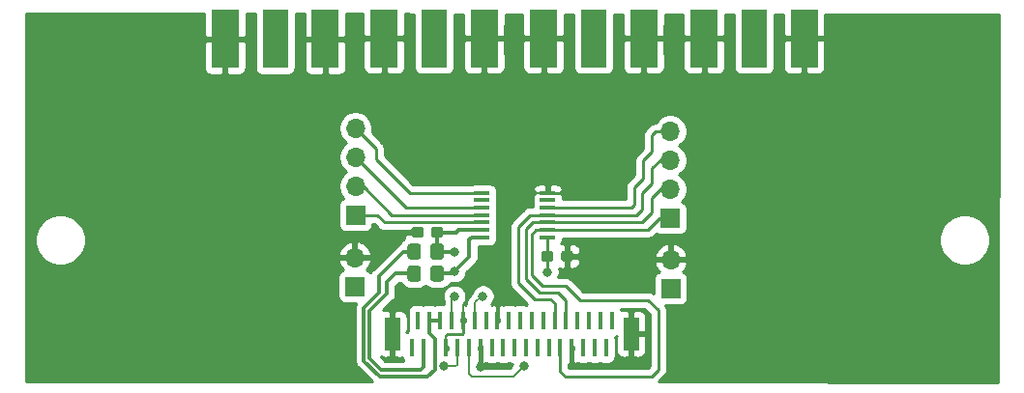
<source format=gbr>
%TF.GenerationSoftware,KiCad,Pcbnew,5.1.10-88a1d61d58~88~ubuntu18.04.1*%
%TF.CreationDate,2021-07-26T17:30:53+07:00*%
%TF.ProjectId,ADV728xM_EVAL_SMA-FFC_AETINA_ACE_CAM6C,41445637-3238-4784-9d5f-4556414c5f53,rev?*%
%TF.SameCoordinates,Original*%
%TF.FileFunction,Copper,L1,Top*%
%TF.FilePolarity,Positive*%
%FSLAX46Y46*%
G04 Gerber Fmt 4.6, Leading zero omitted, Abs format (unit mm)*
G04 Created by KiCad (PCBNEW 5.1.10-88a1d61d58~88~ubuntu18.04.1) date 2021-07-26 17:30:53*
%MOMM*%
%LPD*%
G01*
G04 APERTURE LIST*
%TA.AperFunction,SMDPad,CuDef*%
%ADD10R,0.400000X1.600000*%
%TD*%
%TA.AperFunction,SMDPad,CuDef*%
%ADD11R,1.400000X2.900000*%
%TD*%
%TA.AperFunction,ComponentPad*%
%ADD12O,1.700000X1.700000*%
%TD*%
%TA.AperFunction,ComponentPad*%
%ADD13R,1.700000X1.700000*%
%TD*%
%TA.AperFunction,SMDPad,CuDef*%
%ADD14R,2.286000X5.080000*%
%TD*%
%TA.AperFunction,SMDPad,CuDef*%
%ADD15R,2.413000X5.080000*%
%TD*%
%TA.AperFunction,SMDPad,CuDef*%
%ADD16R,1.358900X0.355600*%
%TD*%
%TA.AperFunction,ViaPad*%
%ADD17C,0.800000*%
%TD*%
%TA.AperFunction,Conductor*%
%ADD18C,0.350000*%
%TD*%
%TA.AperFunction,Conductor*%
%ADD19C,0.250000*%
%TD*%
%TA.AperFunction,Conductor*%
%ADD20C,0.300000*%
%TD*%
%TA.AperFunction,Conductor*%
%ADD21C,0.200000*%
%TD*%
%TA.AperFunction,Conductor*%
%ADD22C,0.254000*%
%TD*%
%TA.AperFunction,Conductor*%
%ADD23C,0.100000*%
%TD*%
G04 APERTURE END LIST*
%TO.P,R2,1*%
%TO.N,Net-(J9-Pad4)*%
%TA.AperFunction,SMDPad,CuDef*%
G36*
G01*
X149631600Y-98151101D02*
X149631600Y-97251099D01*
G75*
G02*
X149881599Y-97001100I249999J0D01*
G01*
X150581601Y-97001100D01*
G75*
G02*
X150831600Y-97251099I0J-249999D01*
G01*
X150831600Y-98151101D01*
G75*
G02*
X150581601Y-98401100I-249999J0D01*
G01*
X149881599Y-98401100D01*
G75*
G02*
X149631600Y-98151101I0J249999D01*
G01*
G37*
%TD.AperFunction*%
%TO.P,R2,2*%
%TO.N,+3V3*%
%TA.AperFunction,SMDPad,CuDef*%
G36*
G01*
X151631600Y-98151101D02*
X151631600Y-97251099D01*
G75*
G02*
X151881599Y-97001100I249999J0D01*
G01*
X152581601Y-97001100D01*
G75*
G02*
X152831600Y-97251099I0J-249999D01*
G01*
X152831600Y-98151101D01*
G75*
G02*
X152581601Y-98401100I-249999J0D01*
G01*
X151881599Y-98401100D01*
G75*
G02*
X151631600Y-98151101I0J249999D01*
G01*
G37*
%TD.AperFunction*%
%TD*%
%TO.P,R1,2*%
%TO.N,+1V8*%
%TA.AperFunction,SMDPad,CuDef*%
G36*
G01*
X151637440Y-100086581D02*
X151637440Y-99186579D01*
G75*
G02*
X151887439Y-98936580I249999J0D01*
G01*
X152587441Y-98936580D01*
G75*
G02*
X152837440Y-99186579I0J-249999D01*
G01*
X152837440Y-100086581D01*
G75*
G02*
X152587441Y-100336580I-249999J0D01*
G01*
X151887439Y-100336580D01*
G75*
G02*
X151637440Y-100086581I0J249999D01*
G01*
G37*
%TD.AperFunction*%
%TO.P,R1,1*%
%TO.N,Net-(J9-Pad3)*%
%TA.AperFunction,SMDPad,CuDef*%
G36*
G01*
X149637440Y-100086581D02*
X149637440Y-99186579D01*
G75*
G02*
X149887439Y-98936580I249999J0D01*
G01*
X150587441Y-98936580D01*
G75*
G02*
X150837440Y-99186579I0J-249999D01*
G01*
X150837440Y-100086581D01*
G75*
G02*
X150587441Y-100336580I-249999J0D01*
G01*
X149887439Y-100336580D01*
G75*
G02*
X149637440Y-100086581I0J249999D01*
G01*
G37*
%TD.AperFunction*%
%TD*%
D10*
%TO.P,J9,36*%
%TO.N,Net-(J9-Pad36)*%
X167525400Y-103727400D03*
%TO.P,J9,35*%
%TO.N,Net-(J9-Pad35)*%
X167025400Y-106127400D03*
%TO.P,J9,34*%
%TO.N,Net-(J9-Pad34)*%
X166525400Y-103727400D03*
%TO.P,J9,33*%
%TO.N,Net-(J9-Pad33)*%
X166025400Y-106127400D03*
%TO.P,J9,32*%
%TO.N,Net-(J9-Pad32)*%
X165525400Y-103727400D03*
%TO.P,J9,31*%
%TO.N,Net-(J9-Pad31)*%
X165025400Y-106127400D03*
%TO.P,J9,30*%
%TO.N,Net-(J9-Pad30)*%
X164525400Y-103727400D03*
%TO.P,J9,29*%
%TO.N,GND*%
X164025400Y-106127400D03*
%TO.P,J9,28*%
%TO.N,/I2C_SCL*%
X163525400Y-103727400D03*
%TO.P,J9,27*%
%TO.N,/I2C_SDA*%
X163025400Y-106127400D03*
%TO.P,J9,26*%
%TO.N,/CAM_RST*%
X162525400Y-103727400D03*
%TO.P,J9,25*%
%TO.N,Net-(J9-Pad25)*%
X162025400Y-106127400D03*
%TO.P,J9,24*%
%TO.N,Net-(J9-Pad24)*%
X161525400Y-103727400D03*
%TO.P,J9,23*%
%TO.N,Net-(J9-Pad23)*%
X161025400Y-106127400D03*
%TO.P,J9,22*%
%TO.N,Net-(J9-Pad22)*%
X160525400Y-103727400D03*
%TO.P,J9,21*%
%TO.N,Net-(J9-Pad21)*%
X160025400Y-106127400D03*
%TO.P,J9,20*%
%TO.N,Net-(J9-Pad20)*%
X159525400Y-103727400D03*
%TO.P,J9,19*%
%TO.N,Net-(J9-Pad19)*%
X159025400Y-106127400D03*
%TO.P,J9,18*%
%TO.N,Net-(J9-Pad18)*%
X158525400Y-103727400D03*
%TO.P,J9,17*%
%TO.N,Net-(J9-Pad17)*%
X158025400Y-106127400D03*
%TO.P,J9,16*%
%TO.N,GND*%
X157525400Y-103727400D03*
%TO.P,J9,15*%
%TO.N,Net-(J9-Pad15)*%
X157025400Y-106127400D03*
%TO.P,J9,14*%
%TO.N,Net-(J9-Pad14)*%
X156525400Y-103727400D03*
%TO.P,J9,13*%
%TO.N,GND*%
X156025400Y-106127400D03*
%TO.P,J9,12*%
%TO.N,/CLK_N*%
X155525400Y-103727400D03*
%TO.P,J9,11*%
%TO.N,/CLK_P*%
X155025400Y-106127400D03*
%TO.P,J9,10*%
%TO.N,GND*%
X154525400Y-103727400D03*
%TO.P,J9,9*%
%TO.N,/D0_N*%
X154025400Y-106127400D03*
%TO.P,J9,8*%
%TO.N,/D0_P*%
X153525400Y-103727400D03*
%TO.P,J9,7*%
%TO.N,GND*%
X153025400Y-106127400D03*
%TO.P,J9,6*%
%TO.N,Net-(J9-Pad4)*%
X152525400Y-103727400D03*
%TO.P,J9,5*%
X152025400Y-106127400D03*
%TO.P,J9,4*%
X151525400Y-103727400D03*
%TO.P,J9,3*%
%TO.N,Net-(J9-Pad3)*%
X151025400Y-106127400D03*
%TO.P,J9,2*%
%TO.N,Net-(J9-Pad2)*%
X150525400Y-103727400D03*
%TO.P,J9,1*%
%TO.N,Net-(J9-Pad1)*%
X150025400Y-106127400D03*
D11*
%TO.P,J9,S2*%
%TO.N,GND*%
X169225400Y-104927400D03*
%TO.P,J9,S1*%
X148325400Y-104927400D03*
%TD*%
D12*
%TO.P,J6,4*%
%TO.N,/GPIO1_1V8*%
X172656500Y-87147400D03*
%TO.P,J6,3*%
%TO.N,/CAM_RST*%
X172656500Y-89687400D03*
%TO.P,J6,2*%
%TO.N,/I2C_SCL*%
X172656500Y-92227400D03*
D13*
%TO.P,J6,1*%
%TO.N,/I2C_SDA*%
X172656500Y-94767400D03*
%TD*%
D14*
%TO.P,J3,1*%
%TO.N,/CLK_P*%
X165950900Y-79019400D03*
D15*
%TO.P,J3,S2*%
%TO.N,GND*%
X170332400Y-79019400D03*
%TO.P,J3,S1*%
X161569400Y-79019400D03*
%TD*%
D14*
%TO.P,J4,1*%
%TO.N,/CLK_N*%
X179997100Y-79019400D03*
D15*
%TO.P,J4,S2*%
%TO.N,GND*%
X184378600Y-79019400D03*
%TO.P,J4,S1*%
X175615600Y-79019400D03*
%TD*%
D14*
%TO.P,J1,1*%
%TO.N,/D0_P*%
X138061700Y-79070200D03*
D15*
%TO.P,J1,S2*%
%TO.N,GND*%
X142443200Y-79070200D03*
%TO.P,J1,S1*%
X133680200Y-79070200D03*
%TD*%
D14*
%TO.P,J2,1*%
%TO.N,/D0_N*%
X151980900Y-79019400D03*
D15*
%TO.P,J2,S2*%
%TO.N,GND*%
X156362400Y-79019400D03*
%TO.P,J2,S1*%
X147599400Y-79019400D03*
%TD*%
%TO.P,C2,1*%
%TO.N,GND*%
%TA.AperFunction,SMDPad,CuDef*%
G36*
G01*
X149984000Y-96249500D02*
X149984000Y-95774500D01*
G75*
G02*
X150221500Y-95537000I237500J0D01*
G01*
X150821500Y-95537000D01*
G75*
G02*
X151059000Y-95774500I0J-237500D01*
G01*
X151059000Y-96249500D01*
G75*
G02*
X150821500Y-96487000I-237500J0D01*
G01*
X150221500Y-96487000D01*
G75*
G02*
X149984000Y-96249500I0J237500D01*
G01*
G37*
%TD.AperFunction*%
%TO.P,C2,2*%
%TO.N,+3V3*%
%TA.AperFunction,SMDPad,CuDef*%
G36*
G01*
X151709000Y-96249500D02*
X151709000Y-95774500D01*
G75*
G02*
X151946500Y-95537000I237500J0D01*
G01*
X152546500Y-95537000D01*
G75*
G02*
X152784000Y-95774500I0J-237500D01*
G01*
X152784000Y-96249500D01*
G75*
G02*
X152546500Y-96487000I-237500J0D01*
G01*
X151946500Y-96487000D01*
G75*
G02*
X151709000Y-96249500I0J237500D01*
G01*
G37*
%TD.AperFunction*%
%TD*%
%TO.P,C1,2*%
%TO.N,+1V8*%
%TA.AperFunction,SMDPad,CuDef*%
G36*
G01*
X162433120Y-97877620D02*
X162433120Y-98352620D01*
G75*
G02*
X162195620Y-98590120I-237500J0D01*
G01*
X161595620Y-98590120D01*
G75*
G02*
X161358120Y-98352620I0J237500D01*
G01*
X161358120Y-97877620D01*
G75*
G02*
X161595620Y-97640120I237500J0D01*
G01*
X162195620Y-97640120D01*
G75*
G02*
X162433120Y-97877620I0J-237500D01*
G01*
G37*
%TD.AperFunction*%
%TO.P,C1,1*%
%TO.N,GND*%
%TA.AperFunction,SMDPad,CuDef*%
G36*
G01*
X164158120Y-97877620D02*
X164158120Y-98352620D01*
G75*
G02*
X163920620Y-98590120I-237500J0D01*
G01*
X163320620Y-98590120D01*
G75*
G02*
X163083120Y-98352620I0J237500D01*
G01*
X163083120Y-97877620D01*
G75*
G02*
X163320620Y-97640120I237500J0D01*
G01*
X163920620Y-97640120D01*
G75*
G02*
X164158120Y-97877620I0J-237500D01*
G01*
G37*
%TD.AperFunction*%
%TD*%
D13*
%TO.P,J5,1*%
%TO.N,/I2C_SDA_3V3*%
X145084800Y-94500700D03*
D12*
%TO.P,J5,2*%
%TO.N,/I2C_SCL_3V3*%
X145084800Y-91960700D03*
%TO.P,J5,3*%
%TO.N,/CAM_RST_3V3*%
X145084800Y-89420700D03*
%TO.P,J5,4*%
%TO.N,/GPIO1_3V3*%
X145084800Y-86880700D03*
%TD*%
D13*
%TO.P,J8,1*%
%TO.N,+1V8*%
X172694600Y-100939600D03*
D12*
%TO.P,J8,2*%
%TO.N,GND*%
X172694600Y-98399600D03*
%TD*%
%TO.P,J7,2*%
%TO.N,GND*%
X145034000Y-98209100D03*
D13*
%TO.P,J7,1*%
%TO.N,+3V3*%
X145034000Y-100749100D03*
%TD*%
D16*
%TO.P,U1,14*%
%TO.N,+1V8*%
X156165550Y-96450699D03*
%TO.P,U1,13*%
%TO.N,+3V3*%
X156165550Y-95800700D03*
%TO.P,U1,12*%
%TO.N,/I2C_SDA_3V3*%
X156165550Y-95150699D03*
%TO.P,U1,11*%
%TO.N,/I2C_SCL_3V3*%
X156165550Y-94500700D03*
%TO.P,U1,10*%
%TO.N,/CAM_RST_3V3*%
X156165550Y-93850699D03*
%TO.P,U1,9*%
%TO.N,Net-(U1-Pad9)*%
X156165550Y-93200700D03*
%TO.P,U1,8*%
%TO.N,/GPIO1_3V3*%
X156165550Y-92550699D03*
%TO.P,U1,7*%
%TO.N,GND*%
X161918650Y-92550701D03*
%TO.P,U1,6*%
%TO.N,Net-(U1-Pad6)*%
X161918650Y-93200700D03*
%TO.P,U1,5*%
%TO.N,/GPIO1_1V8*%
X161918650Y-93850701D03*
%TO.P,U1,4*%
%TO.N,/CAM_RST*%
X161918650Y-94500700D03*
%TO.P,U1,3*%
%TO.N,/I2C_SCL*%
X161918650Y-95150699D03*
%TO.P,U1,2*%
%TO.N,/I2C_SDA*%
X161918650Y-95800700D03*
%TO.P,U1,1*%
%TO.N,+1V8*%
X161918650Y-96450701D03*
%TD*%
D17*
%TO.N,+3V3*%
X153771600Y-97726500D03*
%TO.N,GND*%
X169291000Y-104965500D03*
X156006800Y-107797600D03*
X148325400Y-104927400D03*
%TO.N,+1V8*%
X161925000Y-99491800D03*
X153771600Y-99453700D03*
%TO.N,/D0_P*%
X138074400Y-79121000D03*
X153758900Y-101625400D03*
X138074400Y-80124300D03*
%TO.N,/D0_N*%
X151955500Y-79082900D03*
X152819100Y-107772100D03*
X151955500Y-80035400D03*
%TO.N,/CLK_P*%
X165938200Y-79019400D03*
X159829500Y-107772100D03*
X165938200Y-79971900D03*
%TO.N,/CLK_N*%
X179984400Y-79044800D03*
X156248100Y-101600000D03*
X179984400Y-80035400D03*
%TD*%
D18*
%TO.N,+3V3*%
X152246500Y-97740300D02*
X152234900Y-97751900D01*
D19*
X154131800Y-95800700D02*
X154127200Y-95796100D01*
D20*
X156165550Y-95800700D02*
X154131800Y-95800700D01*
X153136600Y-96012000D02*
X152246500Y-96012000D01*
X152246500Y-96012000D02*
X151974800Y-96012000D01*
X152231600Y-96026900D02*
X152246500Y-96012000D01*
X152231600Y-97701100D02*
X152231600Y-96026900D01*
X153746200Y-97701100D02*
X153771600Y-97726500D01*
X152257000Y-97726500D02*
X152231600Y-97701100D01*
X153771600Y-97726500D02*
X152257000Y-97726500D01*
X153920500Y-96012000D02*
X154131800Y-95800700D01*
X153136600Y-96012000D02*
X153920500Y-96012000D01*
D19*
%TO.N,GND*%
X160286700Y-82778600D02*
X158350791Y-84714509D01*
D18*
X172393100Y-98441000D02*
X172402500Y-98450400D01*
D19*
X161817050Y-92538001D02*
X166376899Y-92538001D01*
X166376899Y-92538001D02*
X169316400Y-89598500D01*
X177139600Y-91732100D02*
X177139600Y-100952300D01*
X175006000Y-89598500D02*
X177139600Y-91732100D01*
D20*
X148325400Y-102944100D02*
X148325400Y-104927400D01*
X148996400Y-102273100D02*
X148325400Y-102944100D01*
X148325400Y-104927400D02*
X148325400Y-104927400D01*
D19*
X164025400Y-106127400D02*
X164025400Y-107555690D01*
X164025400Y-107555690D02*
X164236400Y-107766690D01*
X164236400Y-107766690D02*
X169291000Y-107766690D01*
X169291000Y-104965500D02*
X169291000Y-107766690D01*
X154525400Y-104630800D02*
X154525400Y-103727400D01*
X154525400Y-104856860D02*
X154525400Y-104630800D01*
X154459940Y-104922320D02*
X154525400Y-104856860D01*
X153141680Y-104922320D02*
X154459940Y-104922320D01*
D21*
X153025400Y-106127400D02*
X153025400Y-105038600D01*
D19*
X153025400Y-105038600D02*
X153141680Y-104922320D01*
D21*
X154525400Y-103727400D02*
X154525400Y-102421000D01*
X154525400Y-102421000D02*
X154952700Y-101993700D01*
X154952700Y-101993700D02*
X154952700Y-100533200D01*
X154952700Y-100533200D02*
X157899100Y-97586800D01*
X157899100Y-97586800D02*
X157899100Y-94399100D01*
X159747499Y-92550701D02*
X161918650Y-92550701D01*
X157899100Y-94399100D02*
X159747499Y-92550701D01*
D18*
%TO.N,+1V8*%
X172389800Y-100977700D02*
X172402500Y-100990400D01*
D19*
X161918648Y-96450699D02*
X161918650Y-96450701D01*
X161918650Y-99561650D02*
X161925000Y-99568000D01*
X161918650Y-96450701D02*
X161918650Y-99561650D01*
D20*
X153588720Y-99636580D02*
X153771600Y-99453700D01*
X152237440Y-99636580D02*
X153588720Y-99636580D01*
X156165550Y-96450699D02*
X155301401Y-96450699D01*
X155068270Y-96683830D02*
X155068270Y-98157030D01*
X155301401Y-96450699D02*
X155068270Y-96683830D01*
X155068270Y-98157030D02*
X153771600Y-99453700D01*
D21*
%TO.N,/D0_P*%
X153525400Y-101858900D02*
X153758900Y-101625400D01*
X153525400Y-103727400D02*
X153525400Y-101757300D01*
D19*
%TO.N,/D0_N*%
X152826200Y-107765100D02*
X152819100Y-107772200D01*
D21*
X154025400Y-106127400D02*
X154025400Y-107607300D01*
X153860600Y-107772100D02*
X152819100Y-107772100D01*
X154025400Y-107607300D02*
X153860600Y-107772100D01*
D19*
%TO.N,/CLK_P*%
X159826200Y-107768800D02*
X159829500Y-107772100D01*
D21*
X155025400Y-106127400D02*
X155025400Y-108416400D01*
X155025400Y-108416400D02*
X155282900Y-108673900D01*
X158927700Y-108673900D02*
X159829500Y-107772100D01*
X155282900Y-108673900D02*
X158927700Y-108673900D01*
%TO.N,/CLK_N*%
X155525400Y-103727400D02*
X155525400Y-102586720D01*
X156248100Y-101600000D02*
X156095700Y-101600000D01*
X155525400Y-102170300D02*
X155525400Y-102586720D01*
X156095700Y-101600000D02*
X155525400Y-102170300D01*
D19*
%TO.N,/I2C_SCL_3V3*%
X154114500Y-94488000D02*
X148297900Y-94488000D01*
X154114500Y-94488000D02*
X153860500Y-94488000D01*
X156063950Y-94488000D02*
X154114500Y-94488000D01*
X145770600Y-91960700D02*
X145084800Y-91960700D01*
X148297900Y-94488000D02*
X145770600Y-91960700D01*
%TO.N,/I2C_SDA_3V3*%
X145796000Y-94526100D02*
X147027900Y-94526100D01*
X147639799Y-95137999D02*
X151356301Y-95137999D01*
X147027900Y-94526100D02*
X147639799Y-95137999D01*
X155145499Y-95137999D02*
X154739099Y-95137999D01*
X155145499Y-95137999D02*
X151356301Y-95137999D01*
X156063950Y-95137999D02*
X155145499Y-95137999D01*
%TO.N,/GPIO1_3V3*%
X146913600Y-88709500D02*
X145084800Y-86880700D01*
X146913600Y-89611200D02*
X146913600Y-88709500D01*
X149840399Y-92537999D02*
X146913600Y-89611200D01*
X156063950Y-92537999D02*
X149840399Y-92537999D01*
%TO.N,/I2C_SCL*%
X170203101Y-95150699D02*
X161918650Y-95150699D01*
X171069000Y-92964000D02*
X171069000Y-94284800D01*
X171805600Y-92227400D02*
X171069000Y-92964000D01*
X171069000Y-94284800D02*
X170203101Y-95150699D01*
X172656500Y-92227400D02*
X171805600Y-92227400D01*
X160007300Y-95745300D02*
X160007300Y-100076000D01*
X160601901Y-95150699D02*
X160007300Y-95745300D01*
X161918650Y-95150699D02*
X160601901Y-95150699D01*
X160007300Y-100076000D02*
X160020000Y-100076000D01*
X160020000Y-100076000D02*
X161239200Y-101295200D01*
X162847020Y-101295200D02*
X163525400Y-101973580D01*
X162720020Y-101295200D02*
X162847020Y-101295200D01*
X163525400Y-103727400D02*
X163525400Y-101973580D01*
X161239200Y-101295200D02*
X162720020Y-101295200D01*
%TO.N,/I2C_SDA*%
X172351700Y-94373700D02*
X172364400Y-94361000D01*
X161918650Y-95800700D02*
X163736500Y-95800700D01*
X171729400Y-94767400D02*
X170696100Y-95800700D01*
X172656500Y-94767400D02*
X171729400Y-94767400D01*
X163736500Y-95800700D02*
X170696100Y-95800700D01*
X163025400Y-107767700D02*
X163025400Y-106127400D01*
X163025400Y-108199500D02*
X163025400Y-107767700D01*
X163461700Y-108635800D02*
X163025400Y-108199500D01*
X171018200Y-108635800D02*
X163461700Y-108635800D01*
X171602400Y-108051600D02*
X171018200Y-108635800D01*
X171602400Y-102857300D02*
X171602400Y-108051600D01*
X170688000Y-101942900D02*
X171602400Y-102857300D01*
X164731700Y-101942900D02*
X170688000Y-101942900D01*
X161918650Y-95800700D02*
X160879000Y-95800700D01*
X160502600Y-96177100D02*
X160502600Y-99783900D01*
X160502600Y-99783900D02*
X161442400Y-100723700D01*
X160879000Y-95800700D02*
X160502600Y-96177100D01*
X161442400Y-100723700D02*
X163512500Y-100723700D01*
X163512500Y-100723700D02*
X164731700Y-101942900D01*
%TO.N,/GPIO1_1V8*%
X171411900Y-87147400D02*
X172656500Y-87147400D01*
X171056300Y-87503000D02*
X171411900Y-87147400D01*
X171056300Y-88963500D02*
X171056300Y-87503000D01*
X169242499Y-93838001D02*
X169494200Y-93586300D01*
X169494200Y-92075000D02*
X170281600Y-91287600D01*
X161817050Y-93838001D02*
X169242499Y-93838001D01*
X169494200Y-93586300D02*
X169494200Y-92075000D01*
X170281600Y-89738200D02*
X171056300Y-88963500D01*
X170281600Y-91287600D02*
X170281600Y-89738200D01*
D20*
%TO.N,Net-(J9-Pad4)*%
X152525400Y-103727400D02*
X151525400Y-103727400D01*
X152025400Y-106127400D02*
X152025400Y-105352900D01*
X151525400Y-104852900D02*
X151525400Y-103727400D01*
X152025400Y-105352900D02*
X151525400Y-104852900D01*
X152025400Y-108045200D02*
X152025400Y-106127400D01*
X149311360Y-97701100D02*
X147154900Y-99857560D01*
X147154900Y-99857560D02*
X147154900Y-101333300D01*
X151422100Y-108648500D02*
X152025400Y-108045200D01*
X150231600Y-97701100D02*
X149311360Y-97701100D01*
X145829390Y-102658810D02*
X145829390Y-107268110D01*
X147209780Y-108648500D02*
X151422100Y-108648500D01*
X147154900Y-101333300D02*
X145829390Y-102658810D01*
X145829390Y-107268110D02*
X147209780Y-108648500D01*
%TO.N,Net-(J9-Pad3)*%
X151025400Y-107851400D02*
X151025400Y-106127400D01*
X150787100Y-108089700D02*
X151025400Y-107851400D01*
X150237440Y-99636580D02*
X148597620Y-99636580D01*
X148597620Y-99636580D02*
X147838160Y-100396040D01*
X146329400Y-107061000D02*
X147358100Y-108089700D01*
X147358100Y-108089700D02*
X150787100Y-108089700D01*
X146329400Y-102933500D02*
X146329400Y-107061000D01*
X147838160Y-100396040D02*
X147838160Y-101424740D01*
X147838160Y-101424740D02*
X146329400Y-102933500D01*
D19*
%TO.N,/CAM_RST_3V3*%
X149502099Y-93837999D02*
X145084800Y-89420700D01*
X156063950Y-93837999D02*
X149502099Y-93837999D01*
%TO.N,/CAM_RST*%
X161817050Y-94488000D02*
X169710100Y-94488000D01*
X169710100Y-94488000D02*
X170218100Y-93980000D01*
X170218100Y-93980000D02*
X170218100Y-92583000D01*
X170218100Y-92583000D02*
X171056300Y-91744800D01*
X171056300Y-91744800D02*
X171056300Y-90385900D01*
X171754800Y-89687400D02*
X172656500Y-89687400D01*
X171056300Y-90385900D02*
X171754800Y-89687400D01*
X160807400Y-101909880D02*
X159372300Y-100474780D01*
X159372300Y-100474780D02*
X159372300Y-95506540D01*
X160378140Y-94500700D02*
X161918650Y-94500700D01*
X159372300Y-95506540D02*
X160378140Y-94500700D01*
X162176460Y-101914960D02*
X162525400Y-102263900D01*
X162176460Y-101909880D02*
X162176460Y-101914960D01*
X162525400Y-103727400D02*
X162525400Y-102263900D01*
X162176460Y-101909880D02*
X160807400Y-101909880D01*
%TD*%
D22*
%TO.N,GND*%
X131836076Y-76859252D02*
X131838700Y-78784450D01*
X131997450Y-78943200D01*
X133553200Y-78943200D01*
X133553200Y-78923200D01*
X133807200Y-78923200D01*
X133807200Y-78943200D01*
X135362950Y-78943200D01*
X135521700Y-78784450D01*
X135524320Y-76861964D01*
X136280628Y-76862521D01*
X136280628Y-81610200D01*
X136292888Y-81734682D01*
X136329198Y-81854380D01*
X136388163Y-81964694D01*
X136467515Y-82061385D01*
X136564206Y-82140737D01*
X136674520Y-82199702D01*
X136794218Y-82236012D01*
X136918700Y-82248272D01*
X139204700Y-82248272D01*
X139329182Y-82236012D01*
X139448880Y-82199702D01*
X139559194Y-82140737D01*
X139655885Y-82061385D01*
X139735237Y-81964694D01*
X139794202Y-81854380D01*
X139830512Y-81734682D01*
X139842772Y-81610200D01*
X140598628Y-81610200D01*
X140610888Y-81734682D01*
X140647198Y-81854380D01*
X140706163Y-81964694D01*
X140785515Y-82061385D01*
X140882206Y-82140737D01*
X140992520Y-82199702D01*
X141112218Y-82236012D01*
X141236700Y-82248272D01*
X142157450Y-82245200D01*
X142316200Y-82086450D01*
X142316200Y-79197200D01*
X142570200Y-79197200D01*
X142570200Y-82086450D01*
X142728950Y-82245200D01*
X143649700Y-82248272D01*
X143774182Y-82236012D01*
X143893880Y-82199702D01*
X144004194Y-82140737D01*
X144100885Y-82061385D01*
X144180237Y-81964694D01*
X144239202Y-81854380D01*
X144275512Y-81734682D01*
X144287772Y-81610200D01*
X144287703Y-81559400D01*
X145754828Y-81559400D01*
X145767088Y-81683882D01*
X145803398Y-81803580D01*
X145862363Y-81913894D01*
X145941715Y-82010585D01*
X146038406Y-82089937D01*
X146148720Y-82148902D01*
X146268418Y-82185212D01*
X146392900Y-82197472D01*
X147313650Y-82194400D01*
X147472400Y-82035650D01*
X147472400Y-79146400D01*
X147726400Y-79146400D01*
X147726400Y-82035650D01*
X147885150Y-82194400D01*
X148805900Y-82197472D01*
X148930382Y-82185212D01*
X149050080Y-82148902D01*
X149160394Y-82089937D01*
X149257085Y-82010585D01*
X149336437Y-81913894D01*
X149395402Y-81803580D01*
X149431712Y-81683882D01*
X149443972Y-81559400D01*
X149440900Y-79305150D01*
X149282150Y-79146400D01*
X147726400Y-79146400D01*
X147472400Y-79146400D01*
X145916650Y-79146400D01*
X145757900Y-79305150D01*
X145754828Y-81559400D01*
X144287703Y-81559400D01*
X144284700Y-79355950D01*
X144125950Y-79197200D01*
X142570200Y-79197200D01*
X142316200Y-79197200D01*
X140760450Y-79197200D01*
X140601700Y-79355950D01*
X140598628Y-81610200D01*
X139842772Y-81610200D01*
X139842772Y-76865140D01*
X140599085Y-76865696D01*
X140601700Y-78784450D01*
X140760450Y-78943200D01*
X142316200Y-78943200D01*
X142316200Y-78923200D01*
X142570200Y-78923200D01*
X142570200Y-78943200D01*
X144125950Y-78943200D01*
X144284700Y-78784450D01*
X144287311Y-76868409D01*
X145755360Y-76869488D01*
X145757900Y-78733650D01*
X145916650Y-78892400D01*
X147472400Y-78892400D01*
X147472400Y-78872400D01*
X147726400Y-78872400D01*
X147726400Y-78892400D01*
X149282150Y-78892400D01*
X149440900Y-78733650D01*
X149443437Y-76872201D01*
X150199828Y-76872757D01*
X150199828Y-81559400D01*
X150212088Y-81683882D01*
X150248398Y-81803580D01*
X150307363Y-81913894D01*
X150386715Y-82010585D01*
X150483406Y-82089937D01*
X150593720Y-82148902D01*
X150713418Y-82185212D01*
X150837900Y-82197472D01*
X153123900Y-82197472D01*
X153248382Y-82185212D01*
X153368080Y-82148902D01*
X153478394Y-82089937D01*
X153575085Y-82010585D01*
X153654437Y-81913894D01*
X153713402Y-81803580D01*
X153749712Y-81683882D01*
X153761972Y-81559400D01*
X154517828Y-81559400D01*
X154530088Y-81683882D01*
X154566398Y-81803580D01*
X154625363Y-81913894D01*
X154704715Y-82010585D01*
X154801406Y-82089937D01*
X154911720Y-82148902D01*
X155031418Y-82185212D01*
X155155900Y-82197472D01*
X156076650Y-82194400D01*
X156235400Y-82035650D01*
X156235400Y-79146400D01*
X156489400Y-79146400D01*
X156489400Y-82035650D01*
X156648150Y-82194400D01*
X157568900Y-82197472D01*
X157693382Y-82185212D01*
X157813080Y-82148902D01*
X157923394Y-82089937D01*
X158020085Y-82010585D01*
X158099437Y-81913894D01*
X158158402Y-81803580D01*
X158194712Y-81683882D01*
X158206972Y-81559400D01*
X159724828Y-81559400D01*
X159737088Y-81683882D01*
X159773398Y-81803580D01*
X159832363Y-81913894D01*
X159911715Y-82010585D01*
X160008406Y-82089937D01*
X160118720Y-82148902D01*
X160238418Y-82185212D01*
X160362900Y-82197472D01*
X161283650Y-82194400D01*
X161442400Y-82035650D01*
X161442400Y-79146400D01*
X161696400Y-79146400D01*
X161696400Y-82035650D01*
X161855150Y-82194400D01*
X162775900Y-82197472D01*
X162900382Y-82185212D01*
X163020080Y-82148902D01*
X163130394Y-82089937D01*
X163227085Y-82010585D01*
X163306437Y-81913894D01*
X163365402Y-81803580D01*
X163401712Y-81683882D01*
X163413972Y-81559400D01*
X163410900Y-79305150D01*
X163252150Y-79146400D01*
X161696400Y-79146400D01*
X161442400Y-79146400D01*
X159886650Y-79146400D01*
X159727900Y-79305150D01*
X159724828Y-81559400D01*
X158206972Y-81559400D01*
X158203900Y-79305150D01*
X158045150Y-79146400D01*
X156489400Y-79146400D01*
X156235400Y-79146400D01*
X154679650Y-79146400D01*
X154520900Y-79305150D01*
X154517828Y-81559400D01*
X153761972Y-81559400D01*
X153761972Y-76875376D01*
X154518368Y-76875933D01*
X154520900Y-78733650D01*
X154679650Y-78892400D01*
X156235400Y-78892400D01*
X156235400Y-78872400D01*
X156489400Y-78872400D01*
X156489400Y-78892400D01*
X158045150Y-78892400D01*
X158203900Y-78733650D01*
X158206428Y-76878645D01*
X159725374Y-76879762D01*
X159727900Y-78733650D01*
X159886650Y-78892400D01*
X161442400Y-78892400D01*
X161442400Y-78872400D01*
X161696400Y-78872400D01*
X161696400Y-78892400D01*
X163252150Y-78892400D01*
X163410900Y-78733650D01*
X163413423Y-76882474D01*
X164169828Y-76883030D01*
X164169828Y-81559400D01*
X164182088Y-81683882D01*
X164218398Y-81803580D01*
X164277363Y-81913894D01*
X164356715Y-82010585D01*
X164453406Y-82089937D01*
X164563720Y-82148902D01*
X164683418Y-82185212D01*
X164807900Y-82197472D01*
X167093900Y-82197472D01*
X167218382Y-82185212D01*
X167338080Y-82148902D01*
X167448394Y-82089937D01*
X167545085Y-82010585D01*
X167624437Y-81913894D01*
X167683402Y-81803580D01*
X167719712Y-81683882D01*
X167731972Y-81559400D01*
X168487828Y-81559400D01*
X168500088Y-81683882D01*
X168536398Y-81803580D01*
X168595363Y-81913894D01*
X168674715Y-82010585D01*
X168771406Y-82089937D01*
X168881720Y-82148902D01*
X169001418Y-82185212D01*
X169125900Y-82197472D01*
X170046650Y-82194400D01*
X170205400Y-82035650D01*
X170205400Y-79146400D01*
X170459400Y-79146400D01*
X170459400Y-82035650D01*
X170618150Y-82194400D01*
X171538900Y-82197472D01*
X171663382Y-82185212D01*
X171783080Y-82148902D01*
X171893394Y-82089937D01*
X171990085Y-82010585D01*
X172069437Y-81913894D01*
X172128402Y-81803580D01*
X172164712Y-81683882D01*
X172176972Y-81559400D01*
X173771028Y-81559400D01*
X173783288Y-81683882D01*
X173819598Y-81803580D01*
X173878563Y-81913894D01*
X173957915Y-82010585D01*
X174054606Y-82089937D01*
X174164920Y-82148902D01*
X174284618Y-82185212D01*
X174409100Y-82197472D01*
X175329850Y-82194400D01*
X175488600Y-82035650D01*
X175488600Y-79146400D01*
X175742600Y-79146400D01*
X175742600Y-82035650D01*
X175901350Y-82194400D01*
X176822100Y-82197472D01*
X176946582Y-82185212D01*
X177066280Y-82148902D01*
X177176594Y-82089937D01*
X177273285Y-82010585D01*
X177352637Y-81913894D01*
X177411602Y-81803580D01*
X177447912Y-81683882D01*
X177460172Y-81559400D01*
X177457100Y-79305150D01*
X177298350Y-79146400D01*
X175742600Y-79146400D01*
X175488600Y-79146400D01*
X173932850Y-79146400D01*
X173774100Y-79305150D01*
X173771028Y-81559400D01*
X172176972Y-81559400D01*
X172173900Y-79305150D01*
X172015150Y-79146400D01*
X170459400Y-79146400D01*
X170205400Y-79146400D01*
X168649650Y-79146400D01*
X168490900Y-79305150D01*
X168487828Y-81559400D01*
X167731972Y-81559400D01*
X167731972Y-76885650D01*
X168488382Y-76886206D01*
X168490900Y-78733650D01*
X168649650Y-78892400D01*
X170205400Y-78892400D01*
X170205400Y-78872400D01*
X170459400Y-78872400D01*
X170459400Y-78892400D01*
X172015150Y-78892400D01*
X172173900Y-78733650D01*
X172176414Y-76888919D01*
X173771588Y-76890092D01*
X173774100Y-78733650D01*
X173932850Y-78892400D01*
X175488600Y-78892400D01*
X175488600Y-78872400D01*
X175742600Y-78872400D01*
X175742600Y-78892400D01*
X177298350Y-78892400D01*
X177457100Y-78733650D01*
X177459609Y-76892804D01*
X178216028Y-76893360D01*
X178216028Y-81559400D01*
X178228288Y-81683882D01*
X178264598Y-81803580D01*
X178323563Y-81913894D01*
X178402915Y-82010585D01*
X178499606Y-82089937D01*
X178609920Y-82148902D01*
X178729618Y-82185212D01*
X178854100Y-82197472D01*
X181140100Y-82197472D01*
X181264582Y-82185212D01*
X181384280Y-82148902D01*
X181494594Y-82089937D01*
X181591285Y-82010585D01*
X181670637Y-81913894D01*
X181729602Y-81803580D01*
X181765912Y-81683882D01*
X181778172Y-81559400D01*
X182534028Y-81559400D01*
X182546288Y-81683882D01*
X182582598Y-81803580D01*
X182641563Y-81913894D01*
X182720915Y-82010585D01*
X182817606Y-82089937D01*
X182927920Y-82148902D01*
X183047618Y-82185212D01*
X183172100Y-82197472D01*
X184092850Y-82194400D01*
X184251600Y-82035650D01*
X184251600Y-79146400D01*
X184505600Y-79146400D01*
X184505600Y-82035650D01*
X184664350Y-82194400D01*
X185585100Y-82197472D01*
X185709582Y-82185212D01*
X185829280Y-82148902D01*
X185939594Y-82089937D01*
X186036285Y-82010585D01*
X186115637Y-81913894D01*
X186174602Y-81803580D01*
X186210912Y-81683882D01*
X186223172Y-81559400D01*
X186220100Y-79305150D01*
X186061350Y-79146400D01*
X184505600Y-79146400D01*
X184251600Y-79146400D01*
X182695850Y-79146400D01*
X182537100Y-79305150D01*
X182534028Y-81559400D01*
X181778172Y-81559400D01*
X181778172Y-76895980D01*
X182534596Y-76896536D01*
X182537100Y-78733650D01*
X182695850Y-78892400D01*
X184251600Y-78892400D01*
X184251600Y-78872400D01*
X184505600Y-78872400D01*
X184505600Y-78892400D01*
X186061350Y-78892400D01*
X186220100Y-78733650D01*
X186222600Y-76899248D01*
X201396223Y-76910407D01*
X201359649Y-109156221D01*
X171603225Y-109125576D01*
X172113402Y-108615400D01*
X172142401Y-108591601D01*
X172237374Y-108475876D01*
X172307946Y-108343847D01*
X172351403Y-108200586D01*
X172362400Y-108088933D01*
X172366077Y-108051600D01*
X172362400Y-108014267D01*
X172362400Y-102894623D01*
X172366076Y-102857300D01*
X172362400Y-102819977D01*
X172362400Y-102819967D01*
X172351403Y-102708314D01*
X172307946Y-102565053D01*
X172293154Y-102537379D01*
X172237374Y-102433023D01*
X172232982Y-102427672D01*
X173544600Y-102427672D01*
X173669082Y-102415412D01*
X173788780Y-102379102D01*
X173899094Y-102320137D01*
X173995785Y-102240785D01*
X174075137Y-102144094D01*
X174134102Y-102033780D01*
X174170412Y-101914082D01*
X174182672Y-101789600D01*
X174182672Y-100089600D01*
X174170412Y-99965118D01*
X174134102Y-99845420D01*
X174075137Y-99735106D01*
X173995785Y-99638415D01*
X173899094Y-99559063D01*
X173788780Y-99500098D01*
X173708134Y-99475634D01*
X173792188Y-99399869D01*
X173966241Y-99166520D01*
X174091425Y-98903699D01*
X174136076Y-98756490D01*
X174014755Y-98526600D01*
X172821600Y-98526600D01*
X172821600Y-98546600D01*
X172567600Y-98546600D01*
X172567600Y-98526600D01*
X171374445Y-98526600D01*
X171253124Y-98756490D01*
X171297775Y-98903699D01*
X171422959Y-99166520D01*
X171597012Y-99399869D01*
X171681066Y-99475634D01*
X171600420Y-99500098D01*
X171490106Y-99559063D01*
X171393415Y-99638415D01*
X171314063Y-99735106D01*
X171255098Y-99845420D01*
X171218788Y-99965118D01*
X171206528Y-100089600D01*
X171206528Y-101385277D01*
X171112276Y-101307926D01*
X170980247Y-101237354D01*
X170836986Y-101193897D01*
X170725333Y-101182900D01*
X170725322Y-101182900D01*
X170688000Y-101179224D01*
X170650678Y-101182900D01*
X165046502Y-101182900D01*
X164076304Y-100212703D01*
X164052501Y-100183699D01*
X163936776Y-100088726D01*
X163804747Y-100018154D01*
X163661486Y-99974697D01*
X163549833Y-99963700D01*
X163549822Y-99963700D01*
X163512500Y-99960024D01*
X163475178Y-99963700D01*
X162849808Y-99963700D01*
X162920226Y-99793698D01*
X162960000Y-99593739D01*
X162960000Y-99389861D01*
X162923270Y-99205203D01*
X162958638Y-99215932D01*
X163083120Y-99228192D01*
X163334870Y-99225120D01*
X163493620Y-99066370D01*
X163493620Y-98242120D01*
X163747620Y-98242120D01*
X163747620Y-99066370D01*
X163906370Y-99225120D01*
X164158120Y-99228192D01*
X164282602Y-99215932D01*
X164402300Y-99179622D01*
X164512614Y-99120657D01*
X164609305Y-99041305D01*
X164688657Y-98944614D01*
X164747622Y-98834300D01*
X164783932Y-98714602D01*
X164796192Y-98590120D01*
X164793120Y-98400870D01*
X164634370Y-98242120D01*
X163747620Y-98242120D01*
X163493620Y-98242120D01*
X163473620Y-98242120D01*
X163473620Y-98042710D01*
X171253124Y-98042710D01*
X171374445Y-98272600D01*
X172567600Y-98272600D01*
X172567600Y-97078786D01*
X172821600Y-97078786D01*
X172821600Y-98272600D01*
X174014755Y-98272600D01*
X174136076Y-98042710D01*
X174091425Y-97895501D01*
X173966241Y-97632680D01*
X173792188Y-97399331D01*
X173575955Y-97204422D01*
X173325852Y-97055443D01*
X173051491Y-96958119D01*
X172821600Y-97078786D01*
X172567600Y-97078786D01*
X172337709Y-96958119D01*
X172063348Y-97055443D01*
X171813245Y-97204422D01*
X171597012Y-97399331D01*
X171422959Y-97632680D01*
X171297775Y-97895501D01*
X171253124Y-98042710D01*
X163473620Y-98042710D01*
X163473620Y-97988120D01*
X163493620Y-97988120D01*
X163493620Y-97163870D01*
X163747620Y-97163870D01*
X163747620Y-97988120D01*
X164634370Y-97988120D01*
X164793120Y-97829370D01*
X164796192Y-97640120D01*
X164783932Y-97515638D01*
X164747622Y-97395940D01*
X164688657Y-97285626D01*
X164609305Y-97188935D01*
X164512614Y-97109583D01*
X164402300Y-97050618D01*
X164282602Y-97014308D01*
X164158120Y-97002048D01*
X163906370Y-97005120D01*
X163747620Y-97163870D01*
X163493620Y-97163870D01*
X163334870Y-97005120D01*
X163112704Y-97002409D01*
X163128637Y-96982995D01*
X163187602Y-96872681D01*
X163223912Y-96752983D01*
X163236172Y-96628501D01*
X163236172Y-96560700D01*
X170658778Y-96560700D01*
X170696100Y-96564376D01*
X170733422Y-96560700D01*
X170733433Y-96560700D01*
X170845086Y-96549703D01*
X170988347Y-96506246D01*
X171113083Y-96439572D01*
X196215200Y-96439572D01*
X196215200Y-96879828D01*
X196301090Y-97311625D01*
X196469569Y-97718369D01*
X196714162Y-98084429D01*
X197025471Y-98395738D01*
X197391531Y-98640331D01*
X197798275Y-98808810D01*
X198230072Y-98894700D01*
X198670328Y-98894700D01*
X199102125Y-98808810D01*
X199508869Y-98640331D01*
X199874929Y-98395738D01*
X200186238Y-98084429D01*
X200430831Y-97718369D01*
X200599310Y-97311625D01*
X200685200Y-96879828D01*
X200685200Y-96439572D01*
X200599310Y-96007775D01*
X200430831Y-95601031D01*
X200186238Y-95234971D01*
X199874929Y-94923662D01*
X199508869Y-94679069D01*
X199102125Y-94510590D01*
X198670328Y-94424700D01*
X198230072Y-94424700D01*
X197798275Y-94510590D01*
X197391531Y-94679069D01*
X197025471Y-94923662D01*
X196714162Y-95234971D01*
X196469569Y-95601031D01*
X196301090Y-96007775D01*
X196215200Y-96439572D01*
X171113083Y-96439572D01*
X171120376Y-96435674D01*
X171236101Y-96340701D01*
X171259904Y-96311698D01*
X171436439Y-96135162D01*
X171452006Y-96147937D01*
X171562320Y-96206902D01*
X171682018Y-96243212D01*
X171806500Y-96255472D01*
X173506500Y-96255472D01*
X173630982Y-96243212D01*
X173750680Y-96206902D01*
X173860994Y-96147937D01*
X173957685Y-96068585D01*
X174037037Y-95971894D01*
X174096002Y-95861580D01*
X174132312Y-95741882D01*
X174144572Y-95617400D01*
X174144572Y-93917400D01*
X174132312Y-93792918D01*
X174096002Y-93673220D01*
X174037037Y-93562906D01*
X173957685Y-93466215D01*
X173860994Y-93386863D01*
X173750680Y-93327898D01*
X173678120Y-93305887D01*
X173809975Y-93174032D01*
X173972490Y-92930811D01*
X174084432Y-92660558D01*
X174141500Y-92373660D01*
X174141500Y-92081140D01*
X174084432Y-91794242D01*
X173972490Y-91523989D01*
X173809975Y-91280768D01*
X173603132Y-91073925D01*
X173428740Y-90957400D01*
X173603132Y-90840875D01*
X173809975Y-90634032D01*
X173972490Y-90390811D01*
X174084432Y-90120558D01*
X174141500Y-89833660D01*
X174141500Y-89541140D01*
X174084432Y-89254242D01*
X173972490Y-88983989D01*
X173809975Y-88740768D01*
X173603132Y-88533925D01*
X173428740Y-88417400D01*
X173603132Y-88300875D01*
X173809975Y-88094032D01*
X173972490Y-87850811D01*
X174084432Y-87580558D01*
X174141500Y-87293660D01*
X174141500Y-87001140D01*
X174084432Y-86714242D01*
X173972490Y-86443989D01*
X173809975Y-86200768D01*
X173603132Y-85993925D01*
X173359911Y-85831410D01*
X173089658Y-85719468D01*
X172802760Y-85662400D01*
X172510240Y-85662400D01*
X172223342Y-85719468D01*
X171953089Y-85831410D01*
X171709868Y-85993925D01*
X171503025Y-86200768D01*
X171378585Y-86387005D01*
X171374576Y-86387400D01*
X171374567Y-86387400D01*
X171262914Y-86398397D01*
X171119653Y-86441854D01*
X170987624Y-86512426D01*
X170871899Y-86607399D01*
X170848096Y-86636403D01*
X170545298Y-86939201D01*
X170516300Y-86962999D01*
X170492502Y-86991997D01*
X170492501Y-86991998D01*
X170421326Y-87078724D01*
X170350754Y-87210754D01*
X170307298Y-87354015D01*
X170292624Y-87503000D01*
X170296301Y-87540332D01*
X170296300Y-88648698D01*
X169770598Y-89174401D01*
X169741600Y-89198199D01*
X169717802Y-89227197D01*
X169717801Y-89227198D01*
X169646626Y-89313924D01*
X169576054Y-89445954D01*
X169532598Y-89589215D01*
X169517924Y-89738200D01*
X169521601Y-89775532D01*
X169521600Y-90972798D01*
X168983198Y-91511201D01*
X168954200Y-91534999D01*
X168930402Y-91563997D01*
X168930401Y-91563998D01*
X168859226Y-91650724D01*
X168788654Y-91782754D01*
X168772264Y-91836787D01*
X168746242Y-91922574D01*
X168745198Y-91926015D01*
X168730524Y-92075000D01*
X168734201Y-92112332D01*
X168734200Y-93078001D01*
X163236172Y-93078001D01*
X163236172Y-93022900D01*
X163223912Y-92898418D01*
X163217377Y-92876874D01*
X163221850Y-92862931D01*
X163233100Y-92760251D01*
X163074350Y-92601501D01*
X163073730Y-92601501D01*
X163049285Y-92571715D01*
X162961779Y-92499901D01*
X163074350Y-92499901D01*
X163233100Y-92341151D01*
X163221850Y-92238471D01*
X163183639Y-92119367D01*
X163122926Y-92010005D01*
X163042044Y-91914590D01*
X162944102Y-91836787D01*
X162832863Y-91779586D01*
X162712602Y-91745187D01*
X162587941Y-91734910D01*
X162204400Y-91737901D01*
X162045650Y-91896651D01*
X162045650Y-92384828D01*
X161791650Y-92384828D01*
X161791650Y-91896651D01*
X161632900Y-91737901D01*
X161249359Y-91734910D01*
X161124698Y-91745187D01*
X161004437Y-91779586D01*
X160893198Y-91836787D01*
X160795256Y-91914590D01*
X160714374Y-92010005D01*
X160653661Y-92119367D01*
X160615450Y-92238471D01*
X160604200Y-92341151D01*
X160762950Y-92499901D01*
X160875521Y-92499901D01*
X160788015Y-92571715D01*
X160763570Y-92601501D01*
X160762950Y-92601501D01*
X160604200Y-92760251D01*
X160615450Y-92862931D01*
X160619923Y-92876874D01*
X160613388Y-92898418D01*
X160601128Y-93022900D01*
X160601128Y-93378500D01*
X160613388Y-93502982D01*
X160620280Y-93525701D01*
X160613388Y-93548419D01*
X160601128Y-93672901D01*
X160601128Y-93740700D01*
X160415473Y-93740700D01*
X160378140Y-93737023D01*
X160340807Y-93740700D01*
X160229154Y-93751697D01*
X160085893Y-93795154D01*
X159953864Y-93865726D01*
X159838139Y-93960699D01*
X159814341Y-93989697D01*
X158861298Y-94942741D01*
X158832300Y-94966539D01*
X158808502Y-94995537D01*
X158808501Y-94995538D01*
X158737326Y-95082264D01*
X158666754Y-95214294D01*
X158638511Y-95307401D01*
X158623298Y-95357554D01*
X158616138Y-95430246D01*
X158608624Y-95506540D01*
X158612301Y-95543872D01*
X158612300Y-100437457D01*
X158608624Y-100474780D01*
X158612300Y-100512102D01*
X158612300Y-100512112D01*
X158623297Y-100623765D01*
X158661879Y-100750955D01*
X158666754Y-100767026D01*
X158737326Y-100899056D01*
X158771114Y-100940226D01*
X158832299Y-101014781D01*
X158861303Y-101038584D01*
X160142137Y-102319419D01*
X160081220Y-102337898D01*
X160025400Y-102367735D01*
X159969580Y-102337898D01*
X159849882Y-102301588D01*
X159725400Y-102289328D01*
X159325400Y-102289328D01*
X159200918Y-102301588D01*
X159081220Y-102337898D01*
X159025400Y-102367735D01*
X158969580Y-102337898D01*
X158849882Y-102301588D01*
X158725400Y-102289328D01*
X158325400Y-102289328D01*
X158200918Y-102301588D01*
X158081220Y-102337898D01*
X158025456Y-102367705D01*
X157977928Y-102341426D01*
X157858758Y-102303420D01*
X157757150Y-102292400D01*
X157598400Y-102451150D01*
X157598400Y-103600400D01*
X157672400Y-103600400D01*
X157672400Y-103854400D01*
X157598400Y-103854400D01*
X157598400Y-103874400D01*
X157452400Y-103874400D01*
X157452400Y-103854400D01*
X157378400Y-103854400D01*
X157378400Y-103600400D01*
X157452400Y-103600400D01*
X157452400Y-102451150D01*
X157293650Y-102292400D01*
X157192042Y-102303420D01*
X157072872Y-102341426D01*
X157025344Y-102367705D01*
X156972404Y-102339407D01*
X157052037Y-102259774D01*
X157165305Y-102090256D01*
X157243326Y-101901898D01*
X157283100Y-101701939D01*
X157283100Y-101498061D01*
X157243326Y-101298102D01*
X157165305Y-101109744D01*
X157052037Y-100940226D01*
X156907874Y-100796063D01*
X156738356Y-100682795D01*
X156549998Y-100604774D01*
X156350039Y-100565000D01*
X156146161Y-100565000D01*
X155946202Y-100604774D01*
X155757844Y-100682795D01*
X155588326Y-100796063D01*
X155444163Y-100940226D01*
X155330895Y-101109744D01*
X155252874Y-101298102D01*
X155226734Y-101429520D01*
X155031208Y-101625046D01*
X155003162Y-101648063D01*
X154911313Y-101759981D01*
X154843063Y-101887668D01*
X154817289Y-101972633D01*
X154801035Y-102026215D01*
X154786844Y-102170300D01*
X154790400Y-102206405D01*
X154790400Y-102296006D01*
X154757150Y-102292400D01*
X154652402Y-102397148D01*
X154652402Y-102292400D01*
X154555611Y-102292400D01*
X154562837Y-102285174D01*
X154676105Y-102115656D01*
X154754126Y-101927298D01*
X154793900Y-101727339D01*
X154793900Y-101523461D01*
X154754126Y-101323502D01*
X154676105Y-101135144D01*
X154562837Y-100965626D01*
X154418674Y-100821463D01*
X154249156Y-100708195D01*
X154060798Y-100630174D01*
X153860839Y-100590400D01*
X153656961Y-100590400D01*
X153457002Y-100630174D01*
X153268644Y-100708195D01*
X153099126Y-100821463D01*
X152954963Y-100965626D01*
X152841695Y-101135144D01*
X152763674Y-101323502D01*
X152723900Y-101523461D01*
X152723900Y-101727339D01*
X152763674Y-101927298D01*
X152790401Y-101991822D01*
X152790401Y-102295730D01*
X152725400Y-102289328D01*
X152325400Y-102289328D01*
X152200918Y-102301588D01*
X152081220Y-102337898D01*
X152025400Y-102367735D01*
X151969580Y-102337898D01*
X151849882Y-102301588D01*
X151725400Y-102289328D01*
X151325400Y-102289328D01*
X151200918Y-102301588D01*
X151081220Y-102337898D01*
X151025400Y-102367735D01*
X150969580Y-102337898D01*
X150849882Y-102301588D01*
X150725400Y-102289328D01*
X150325400Y-102289328D01*
X150200918Y-102301588D01*
X150081220Y-102337898D01*
X149970906Y-102396863D01*
X149874215Y-102476215D01*
X149794863Y-102572906D01*
X149735898Y-102683220D01*
X149699588Y-102802918D01*
X149687328Y-102927400D01*
X149687328Y-104527400D01*
X149699588Y-104651882D01*
X149714267Y-104700273D01*
X149700918Y-104701588D01*
X149581220Y-104737898D01*
X149544553Y-104757497D01*
X149660400Y-104641650D01*
X149663472Y-103477400D01*
X149651212Y-103352918D01*
X149614902Y-103233220D01*
X149555937Y-103122906D01*
X149476585Y-103026215D01*
X149379894Y-102946863D01*
X149269580Y-102887898D01*
X149149882Y-102851588D01*
X149025400Y-102839328D01*
X148611150Y-102842400D01*
X148452400Y-103001150D01*
X148452400Y-104800400D01*
X148472400Y-104800400D01*
X148472400Y-105054400D01*
X148452400Y-105054400D01*
X148452400Y-106853650D01*
X148611150Y-107012400D01*
X149025400Y-107015472D01*
X149149882Y-107003212D01*
X149193492Y-106989983D01*
X149199588Y-107051882D01*
X149235898Y-107171580D01*
X149294863Y-107281894D01*
X149313579Y-107304700D01*
X147683258Y-107304700D01*
X147304395Y-106925837D01*
X147381220Y-106966902D01*
X147500918Y-107003212D01*
X147625400Y-107015472D01*
X148039650Y-107012400D01*
X148198400Y-106853650D01*
X148198400Y-105054400D01*
X148178400Y-105054400D01*
X148178400Y-104800400D01*
X148198400Y-104800400D01*
X148198400Y-103001150D01*
X148039650Y-102842400D01*
X147625400Y-102839328D01*
X147523714Y-102849343D01*
X148365970Y-102007087D01*
X148395924Y-101982504D01*
X148494022Y-101862973D01*
X148566914Y-101726600D01*
X148567733Y-101723899D01*
X148611802Y-101578627D01*
X148621151Y-101483700D01*
X148623160Y-101463301D01*
X148623160Y-101463296D01*
X148626957Y-101424740D01*
X148623160Y-101386184D01*
X148623160Y-100721197D01*
X148922777Y-100421580D01*
X149065496Y-100421580D01*
X149066968Y-100426431D01*
X149149035Y-100579967D01*
X149259478Y-100714542D01*
X149394053Y-100824985D01*
X149547589Y-100907052D01*
X149714185Y-100957588D01*
X149887439Y-100974652D01*
X150587441Y-100974652D01*
X150760695Y-100957588D01*
X150927291Y-100907052D01*
X151080827Y-100824985D01*
X151215402Y-100714542D01*
X151237440Y-100687689D01*
X151259478Y-100714542D01*
X151394053Y-100824985D01*
X151547589Y-100907052D01*
X151714185Y-100957588D01*
X151887439Y-100974652D01*
X152587441Y-100974652D01*
X152760695Y-100957588D01*
X152927291Y-100907052D01*
X153080827Y-100824985D01*
X153215402Y-100714542D01*
X153325845Y-100579967D01*
X153407912Y-100426431D01*
X153408747Y-100423678D01*
X153469702Y-100448926D01*
X153669661Y-100488700D01*
X153873539Y-100488700D01*
X154073498Y-100448926D01*
X154261856Y-100370905D01*
X154431374Y-100257637D01*
X154575537Y-100113474D01*
X154688805Y-99943956D01*
X154766826Y-99755598D01*
X154806600Y-99555639D01*
X154806600Y-99528857D01*
X155596085Y-98739372D01*
X155626034Y-98714794D01*
X155724132Y-98595263D01*
X155797024Y-98458890D01*
X155841911Y-98310917D01*
X155853270Y-98195591D01*
X155853270Y-98195584D01*
X155857067Y-98157031D01*
X155853270Y-98118478D01*
X155853270Y-97266571D01*
X156845000Y-97266571D01*
X156969482Y-97254311D01*
X157089180Y-97218001D01*
X157199494Y-97159036D01*
X157296185Y-97079684D01*
X157375537Y-96982993D01*
X157434502Y-96872679D01*
X157470812Y-96752981D01*
X157483072Y-96628499D01*
X157483072Y-96272899D01*
X157470812Y-96148417D01*
X157463921Y-96125700D01*
X157470812Y-96102982D01*
X157483072Y-95978500D01*
X157483072Y-95622900D01*
X157470812Y-95498418D01*
X157463920Y-95475700D01*
X157470812Y-95452981D01*
X157483072Y-95328499D01*
X157483072Y-94972899D01*
X157470812Y-94848417D01*
X157463921Y-94825700D01*
X157470812Y-94802982D01*
X157483072Y-94678500D01*
X157483072Y-94322900D01*
X157470812Y-94198418D01*
X157463920Y-94175700D01*
X157470812Y-94152981D01*
X157483072Y-94028499D01*
X157483072Y-93672899D01*
X157470812Y-93548417D01*
X157463921Y-93525699D01*
X157470812Y-93502982D01*
X157483072Y-93378500D01*
X157483072Y-93022900D01*
X157470812Y-92898418D01*
X157463920Y-92875700D01*
X157470812Y-92852981D01*
X157483072Y-92728499D01*
X157483072Y-92372899D01*
X157470812Y-92248417D01*
X157434502Y-92128719D01*
X157375537Y-92018405D01*
X157296185Y-91921714D01*
X157199494Y-91842362D01*
X157089180Y-91783397D01*
X156969482Y-91747087D01*
X156845000Y-91734827D01*
X155486100Y-91734827D01*
X155361618Y-91747087D01*
X155259715Y-91777999D01*
X150155201Y-91777999D01*
X147673600Y-89296399D01*
X147673600Y-88746825D01*
X147677276Y-88709500D01*
X147673600Y-88672175D01*
X147673600Y-88672167D01*
X147662603Y-88560514D01*
X147619146Y-88417253D01*
X147548574Y-88285224D01*
X147453601Y-88169499D01*
X147424603Y-88145701D01*
X146526010Y-87247108D01*
X146569800Y-87026960D01*
X146569800Y-86734440D01*
X146512732Y-86447542D01*
X146400790Y-86177289D01*
X146238275Y-85934068D01*
X146031432Y-85727225D01*
X145788211Y-85564710D01*
X145517958Y-85452768D01*
X145231060Y-85395700D01*
X144938540Y-85395700D01*
X144651642Y-85452768D01*
X144381389Y-85564710D01*
X144138168Y-85727225D01*
X143931325Y-85934068D01*
X143768810Y-86177289D01*
X143656868Y-86447542D01*
X143599800Y-86734440D01*
X143599800Y-87026960D01*
X143656868Y-87313858D01*
X143768810Y-87584111D01*
X143931325Y-87827332D01*
X144138168Y-88034175D01*
X144312560Y-88150700D01*
X144138168Y-88267225D01*
X143931325Y-88474068D01*
X143768810Y-88717289D01*
X143656868Y-88987542D01*
X143599800Y-89274440D01*
X143599800Y-89566960D01*
X143656868Y-89853858D01*
X143768810Y-90124111D01*
X143931325Y-90367332D01*
X144138168Y-90574175D01*
X144312560Y-90690700D01*
X144138168Y-90807225D01*
X143931325Y-91014068D01*
X143768810Y-91257289D01*
X143656868Y-91527542D01*
X143599800Y-91814440D01*
X143599800Y-92106960D01*
X143656868Y-92393858D01*
X143768810Y-92664111D01*
X143931325Y-92907332D01*
X144063180Y-93039187D01*
X143990620Y-93061198D01*
X143880306Y-93120163D01*
X143783615Y-93199515D01*
X143704263Y-93296206D01*
X143645298Y-93406520D01*
X143608988Y-93526218D01*
X143596728Y-93650700D01*
X143596728Y-95350700D01*
X143608988Y-95475182D01*
X143645298Y-95594880D01*
X143704263Y-95705194D01*
X143783615Y-95801885D01*
X143880306Y-95881237D01*
X143990620Y-95940202D01*
X144110318Y-95976512D01*
X144234800Y-95988772D01*
X145934800Y-95988772D01*
X146059282Y-95976512D01*
X146178980Y-95940202D01*
X146289294Y-95881237D01*
X146385985Y-95801885D01*
X146465337Y-95705194D01*
X146524302Y-95594880D01*
X146560612Y-95475182D01*
X146572872Y-95350700D01*
X146572872Y-95286100D01*
X146713099Y-95286100D01*
X147075999Y-95649001D01*
X147099798Y-95678000D01*
X147215523Y-95772973D01*
X147347552Y-95843545D01*
X147490813Y-95887002D01*
X147602466Y-95897999D01*
X147602476Y-95897999D01*
X147639799Y-95901675D01*
X147677122Y-95897999D01*
X150668500Y-95897999D01*
X150668500Y-96139000D01*
X150648500Y-96139000D01*
X150648500Y-96159000D01*
X150394500Y-96159000D01*
X150394500Y-96139000D01*
X149507750Y-96139000D01*
X149349000Y-96297750D01*
X149345928Y-96487000D01*
X149351432Y-96542881D01*
X149253638Y-96623138D01*
X149143195Y-96757713D01*
X149061128Y-96911249D01*
X149045949Y-96961289D01*
X149009500Y-96972346D01*
X148873127Y-97045238D01*
X148831155Y-97079684D01*
X148783547Y-97118755D01*
X148783544Y-97118758D01*
X148753596Y-97143336D01*
X148729018Y-97173284D01*
X146627090Y-99275213D01*
X146597136Y-99299796D01*
X146499038Y-99419328D01*
X146426146Y-99555701D01*
X146424090Y-99562478D01*
X146414537Y-99544606D01*
X146335185Y-99447915D01*
X146238494Y-99368563D01*
X146128180Y-99309598D01*
X146047534Y-99285134D01*
X146131588Y-99209369D01*
X146305641Y-98976020D01*
X146430825Y-98713199D01*
X146475476Y-98565990D01*
X146354155Y-98336100D01*
X145161000Y-98336100D01*
X145161000Y-98356100D01*
X144907000Y-98356100D01*
X144907000Y-98336100D01*
X143713845Y-98336100D01*
X143592524Y-98565990D01*
X143637175Y-98713199D01*
X143762359Y-98976020D01*
X143936412Y-99209369D01*
X144020466Y-99285134D01*
X143939820Y-99309598D01*
X143829506Y-99368563D01*
X143732815Y-99447915D01*
X143653463Y-99544606D01*
X143594498Y-99654920D01*
X143558188Y-99774618D01*
X143545928Y-99899100D01*
X143545928Y-101599100D01*
X143558188Y-101723582D01*
X143594498Y-101843280D01*
X143653463Y-101953594D01*
X143732815Y-102050285D01*
X143829506Y-102129637D01*
X143939820Y-102188602D01*
X144059518Y-102224912D01*
X144184000Y-102237172D01*
X145164658Y-102237172D01*
X145100636Y-102356951D01*
X145055749Y-102504924D01*
X145044390Y-102620250D01*
X145044390Y-102620257D01*
X145040593Y-102658810D01*
X145044390Y-102697363D01*
X145044391Y-107229547D01*
X145040593Y-107268110D01*
X145055749Y-107421996D01*
X145100636Y-107569969D01*
X145125301Y-107616114D01*
X145173529Y-107706343D01*
X145203893Y-107743341D01*
X145247045Y-107795922D01*
X145247049Y-107795926D01*
X145271627Y-107825874D01*
X145301575Y-107850452D01*
X146550897Y-109099775D01*
X116230258Y-109068549D01*
X116235027Y-96464972D01*
X116992600Y-96464972D01*
X116992600Y-96905228D01*
X117078490Y-97337025D01*
X117246969Y-97743769D01*
X117491562Y-98109829D01*
X117802871Y-98421138D01*
X118168931Y-98665731D01*
X118575675Y-98834210D01*
X119007472Y-98920100D01*
X119447728Y-98920100D01*
X119879525Y-98834210D01*
X120286269Y-98665731D01*
X120652329Y-98421138D01*
X120963638Y-98109829D01*
X121135773Y-97852210D01*
X143592524Y-97852210D01*
X143713845Y-98082100D01*
X144907000Y-98082100D01*
X144907000Y-96888286D01*
X145161000Y-96888286D01*
X145161000Y-98082100D01*
X146354155Y-98082100D01*
X146475476Y-97852210D01*
X146430825Y-97705001D01*
X146305641Y-97442180D01*
X146131588Y-97208831D01*
X145915355Y-97013922D01*
X145665252Y-96864943D01*
X145390891Y-96767619D01*
X145161000Y-96888286D01*
X144907000Y-96888286D01*
X144677109Y-96767619D01*
X144402748Y-96864943D01*
X144152645Y-97013922D01*
X143936412Y-97208831D01*
X143762359Y-97442180D01*
X143637175Y-97705001D01*
X143592524Y-97852210D01*
X121135773Y-97852210D01*
X121208231Y-97743769D01*
X121376710Y-97337025D01*
X121462600Y-96905228D01*
X121462600Y-96464972D01*
X121376710Y-96033175D01*
X121208231Y-95626431D01*
X120963638Y-95260371D01*
X120652329Y-94949062D01*
X120286269Y-94704469D01*
X119879525Y-94535990D01*
X119447728Y-94450100D01*
X119007472Y-94450100D01*
X118575675Y-94535990D01*
X118168931Y-94704469D01*
X117802871Y-94949062D01*
X117491562Y-95260371D01*
X117246969Y-95626431D01*
X117078490Y-96033175D01*
X116992600Y-96464972D01*
X116235027Y-96464972D01*
X116240647Y-81610200D01*
X131835628Y-81610200D01*
X131847888Y-81734682D01*
X131884198Y-81854380D01*
X131943163Y-81964694D01*
X132022515Y-82061385D01*
X132119206Y-82140737D01*
X132229520Y-82199702D01*
X132349218Y-82236012D01*
X132473700Y-82248272D01*
X133394450Y-82245200D01*
X133553200Y-82086450D01*
X133553200Y-79197200D01*
X133807200Y-79197200D01*
X133807200Y-82086450D01*
X133965950Y-82245200D01*
X134886700Y-82248272D01*
X135011182Y-82236012D01*
X135130880Y-82199702D01*
X135241194Y-82140737D01*
X135337885Y-82061385D01*
X135417237Y-81964694D01*
X135476202Y-81854380D01*
X135512512Y-81734682D01*
X135524772Y-81610200D01*
X135521700Y-79355950D01*
X135362950Y-79197200D01*
X133807200Y-79197200D01*
X133553200Y-79197200D01*
X131997450Y-79197200D01*
X131838700Y-79355950D01*
X131835628Y-81610200D01*
X116240647Y-81610200D01*
X116242450Y-76847784D01*
X131836076Y-76859252D01*
%TA.AperFunction,Conductor*%
D23*
G36*
X131836076Y-76859252D02*
G01*
X131838700Y-78784450D01*
X131997450Y-78943200D01*
X133553200Y-78943200D01*
X133553200Y-78923200D01*
X133807200Y-78923200D01*
X133807200Y-78943200D01*
X135362950Y-78943200D01*
X135521700Y-78784450D01*
X135524320Y-76861964D01*
X136280628Y-76862521D01*
X136280628Y-81610200D01*
X136292888Y-81734682D01*
X136329198Y-81854380D01*
X136388163Y-81964694D01*
X136467515Y-82061385D01*
X136564206Y-82140737D01*
X136674520Y-82199702D01*
X136794218Y-82236012D01*
X136918700Y-82248272D01*
X139204700Y-82248272D01*
X139329182Y-82236012D01*
X139448880Y-82199702D01*
X139559194Y-82140737D01*
X139655885Y-82061385D01*
X139735237Y-81964694D01*
X139794202Y-81854380D01*
X139830512Y-81734682D01*
X139842772Y-81610200D01*
X140598628Y-81610200D01*
X140610888Y-81734682D01*
X140647198Y-81854380D01*
X140706163Y-81964694D01*
X140785515Y-82061385D01*
X140882206Y-82140737D01*
X140992520Y-82199702D01*
X141112218Y-82236012D01*
X141236700Y-82248272D01*
X142157450Y-82245200D01*
X142316200Y-82086450D01*
X142316200Y-79197200D01*
X142570200Y-79197200D01*
X142570200Y-82086450D01*
X142728950Y-82245200D01*
X143649700Y-82248272D01*
X143774182Y-82236012D01*
X143893880Y-82199702D01*
X144004194Y-82140737D01*
X144100885Y-82061385D01*
X144180237Y-81964694D01*
X144239202Y-81854380D01*
X144275512Y-81734682D01*
X144287772Y-81610200D01*
X144287703Y-81559400D01*
X145754828Y-81559400D01*
X145767088Y-81683882D01*
X145803398Y-81803580D01*
X145862363Y-81913894D01*
X145941715Y-82010585D01*
X146038406Y-82089937D01*
X146148720Y-82148902D01*
X146268418Y-82185212D01*
X146392900Y-82197472D01*
X147313650Y-82194400D01*
X147472400Y-82035650D01*
X147472400Y-79146400D01*
X147726400Y-79146400D01*
X147726400Y-82035650D01*
X147885150Y-82194400D01*
X148805900Y-82197472D01*
X148930382Y-82185212D01*
X149050080Y-82148902D01*
X149160394Y-82089937D01*
X149257085Y-82010585D01*
X149336437Y-81913894D01*
X149395402Y-81803580D01*
X149431712Y-81683882D01*
X149443972Y-81559400D01*
X149440900Y-79305150D01*
X149282150Y-79146400D01*
X147726400Y-79146400D01*
X147472400Y-79146400D01*
X145916650Y-79146400D01*
X145757900Y-79305150D01*
X145754828Y-81559400D01*
X144287703Y-81559400D01*
X144284700Y-79355950D01*
X144125950Y-79197200D01*
X142570200Y-79197200D01*
X142316200Y-79197200D01*
X140760450Y-79197200D01*
X140601700Y-79355950D01*
X140598628Y-81610200D01*
X139842772Y-81610200D01*
X139842772Y-76865140D01*
X140599085Y-76865696D01*
X140601700Y-78784450D01*
X140760450Y-78943200D01*
X142316200Y-78943200D01*
X142316200Y-78923200D01*
X142570200Y-78923200D01*
X142570200Y-78943200D01*
X144125950Y-78943200D01*
X144284700Y-78784450D01*
X144287311Y-76868409D01*
X145755360Y-76869488D01*
X145757900Y-78733650D01*
X145916650Y-78892400D01*
X147472400Y-78892400D01*
X147472400Y-78872400D01*
X147726400Y-78872400D01*
X147726400Y-78892400D01*
X149282150Y-78892400D01*
X149440900Y-78733650D01*
X149443437Y-76872201D01*
X150199828Y-76872757D01*
X150199828Y-81559400D01*
X150212088Y-81683882D01*
X150248398Y-81803580D01*
X150307363Y-81913894D01*
X150386715Y-82010585D01*
X150483406Y-82089937D01*
X150593720Y-82148902D01*
X150713418Y-82185212D01*
X150837900Y-82197472D01*
X153123900Y-82197472D01*
X153248382Y-82185212D01*
X153368080Y-82148902D01*
X153478394Y-82089937D01*
X153575085Y-82010585D01*
X153654437Y-81913894D01*
X153713402Y-81803580D01*
X153749712Y-81683882D01*
X153761972Y-81559400D01*
X154517828Y-81559400D01*
X154530088Y-81683882D01*
X154566398Y-81803580D01*
X154625363Y-81913894D01*
X154704715Y-82010585D01*
X154801406Y-82089937D01*
X154911720Y-82148902D01*
X155031418Y-82185212D01*
X155155900Y-82197472D01*
X156076650Y-82194400D01*
X156235400Y-82035650D01*
X156235400Y-79146400D01*
X156489400Y-79146400D01*
X156489400Y-82035650D01*
X156648150Y-82194400D01*
X157568900Y-82197472D01*
X157693382Y-82185212D01*
X157813080Y-82148902D01*
X157923394Y-82089937D01*
X158020085Y-82010585D01*
X158099437Y-81913894D01*
X158158402Y-81803580D01*
X158194712Y-81683882D01*
X158206972Y-81559400D01*
X159724828Y-81559400D01*
X159737088Y-81683882D01*
X159773398Y-81803580D01*
X159832363Y-81913894D01*
X159911715Y-82010585D01*
X160008406Y-82089937D01*
X160118720Y-82148902D01*
X160238418Y-82185212D01*
X160362900Y-82197472D01*
X161283650Y-82194400D01*
X161442400Y-82035650D01*
X161442400Y-79146400D01*
X161696400Y-79146400D01*
X161696400Y-82035650D01*
X161855150Y-82194400D01*
X162775900Y-82197472D01*
X162900382Y-82185212D01*
X163020080Y-82148902D01*
X163130394Y-82089937D01*
X163227085Y-82010585D01*
X163306437Y-81913894D01*
X163365402Y-81803580D01*
X163401712Y-81683882D01*
X163413972Y-81559400D01*
X163410900Y-79305150D01*
X163252150Y-79146400D01*
X161696400Y-79146400D01*
X161442400Y-79146400D01*
X159886650Y-79146400D01*
X159727900Y-79305150D01*
X159724828Y-81559400D01*
X158206972Y-81559400D01*
X158203900Y-79305150D01*
X158045150Y-79146400D01*
X156489400Y-79146400D01*
X156235400Y-79146400D01*
X154679650Y-79146400D01*
X154520900Y-79305150D01*
X154517828Y-81559400D01*
X153761972Y-81559400D01*
X153761972Y-76875376D01*
X154518368Y-76875933D01*
X154520900Y-78733650D01*
X154679650Y-78892400D01*
X156235400Y-78892400D01*
X156235400Y-78872400D01*
X156489400Y-78872400D01*
X156489400Y-78892400D01*
X158045150Y-78892400D01*
X158203900Y-78733650D01*
X158206428Y-76878645D01*
X159725374Y-76879762D01*
X159727900Y-78733650D01*
X159886650Y-78892400D01*
X161442400Y-78892400D01*
X161442400Y-78872400D01*
X161696400Y-78872400D01*
X161696400Y-78892400D01*
X163252150Y-78892400D01*
X163410900Y-78733650D01*
X163413423Y-76882474D01*
X164169828Y-76883030D01*
X164169828Y-81559400D01*
X164182088Y-81683882D01*
X164218398Y-81803580D01*
X164277363Y-81913894D01*
X164356715Y-82010585D01*
X164453406Y-82089937D01*
X164563720Y-82148902D01*
X164683418Y-82185212D01*
X164807900Y-82197472D01*
X167093900Y-82197472D01*
X167218382Y-82185212D01*
X167338080Y-82148902D01*
X167448394Y-82089937D01*
X167545085Y-82010585D01*
X167624437Y-81913894D01*
X167683402Y-81803580D01*
X167719712Y-81683882D01*
X167731972Y-81559400D01*
X168487828Y-81559400D01*
X168500088Y-81683882D01*
X168536398Y-81803580D01*
X168595363Y-81913894D01*
X168674715Y-82010585D01*
X168771406Y-82089937D01*
X168881720Y-82148902D01*
X169001418Y-82185212D01*
X169125900Y-82197472D01*
X170046650Y-82194400D01*
X170205400Y-82035650D01*
X170205400Y-79146400D01*
X170459400Y-79146400D01*
X170459400Y-82035650D01*
X170618150Y-82194400D01*
X171538900Y-82197472D01*
X171663382Y-82185212D01*
X171783080Y-82148902D01*
X171893394Y-82089937D01*
X171990085Y-82010585D01*
X172069437Y-81913894D01*
X172128402Y-81803580D01*
X172164712Y-81683882D01*
X172176972Y-81559400D01*
X173771028Y-81559400D01*
X173783288Y-81683882D01*
X173819598Y-81803580D01*
X173878563Y-81913894D01*
X173957915Y-82010585D01*
X174054606Y-82089937D01*
X174164920Y-82148902D01*
X174284618Y-82185212D01*
X174409100Y-82197472D01*
X175329850Y-82194400D01*
X175488600Y-82035650D01*
X175488600Y-79146400D01*
X175742600Y-79146400D01*
X175742600Y-82035650D01*
X175901350Y-82194400D01*
X176822100Y-82197472D01*
X176946582Y-82185212D01*
X177066280Y-82148902D01*
X177176594Y-82089937D01*
X177273285Y-82010585D01*
X177352637Y-81913894D01*
X177411602Y-81803580D01*
X177447912Y-81683882D01*
X177460172Y-81559400D01*
X177457100Y-79305150D01*
X177298350Y-79146400D01*
X175742600Y-79146400D01*
X175488600Y-79146400D01*
X173932850Y-79146400D01*
X173774100Y-79305150D01*
X173771028Y-81559400D01*
X172176972Y-81559400D01*
X172173900Y-79305150D01*
X172015150Y-79146400D01*
X170459400Y-79146400D01*
X170205400Y-79146400D01*
X168649650Y-79146400D01*
X168490900Y-79305150D01*
X168487828Y-81559400D01*
X167731972Y-81559400D01*
X167731972Y-76885650D01*
X168488382Y-76886206D01*
X168490900Y-78733650D01*
X168649650Y-78892400D01*
X170205400Y-78892400D01*
X170205400Y-78872400D01*
X170459400Y-78872400D01*
X170459400Y-78892400D01*
X172015150Y-78892400D01*
X172173900Y-78733650D01*
X172176414Y-76888919D01*
X173771588Y-76890092D01*
X173774100Y-78733650D01*
X173932850Y-78892400D01*
X175488600Y-78892400D01*
X175488600Y-78872400D01*
X175742600Y-78872400D01*
X175742600Y-78892400D01*
X177298350Y-78892400D01*
X177457100Y-78733650D01*
X177459609Y-76892804D01*
X178216028Y-76893360D01*
X178216028Y-81559400D01*
X178228288Y-81683882D01*
X178264598Y-81803580D01*
X178323563Y-81913894D01*
X178402915Y-82010585D01*
X178499606Y-82089937D01*
X178609920Y-82148902D01*
X178729618Y-82185212D01*
X178854100Y-82197472D01*
X181140100Y-82197472D01*
X181264582Y-82185212D01*
X181384280Y-82148902D01*
X181494594Y-82089937D01*
X181591285Y-82010585D01*
X181670637Y-81913894D01*
X181729602Y-81803580D01*
X181765912Y-81683882D01*
X181778172Y-81559400D01*
X182534028Y-81559400D01*
X182546288Y-81683882D01*
X182582598Y-81803580D01*
X182641563Y-81913894D01*
X182720915Y-82010585D01*
X182817606Y-82089937D01*
X182927920Y-82148902D01*
X183047618Y-82185212D01*
X183172100Y-82197472D01*
X184092850Y-82194400D01*
X184251600Y-82035650D01*
X184251600Y-79146400D01*
X184505600Y-79146400D01*
X184505600Y-82035650D01*
X184664350Y-82194400D01*
X185585100Y-82197472D01*
X185709582Y-82185212D01*
X185829280Y-82148902D01*
X185939594Y-82089937D01*
X186036285Y-82010585D01*
X186115637Y-81913894D01*
X186174602Y-81803580D01*
X186210912Y-81683882D01*
X186223172Y-81559400D01*
X186220100Y-79305150D01*
X186061350Y-79146400D01*
X184505600Y-79146400D01*
X184251600Y-79146400D01*
X182695850Y-79146400D01*
X182537100Y-79305150D01*
X182534028Y-81559400D01*
X181778172Y-81559400D01*
X181778172Y-76895980D01*
X182534596Y-76896536D01*
X182537100Y-78733650D01*
X182695850Y-78892400D01*
X184251600Y-78892400D01*
X184251600Y-78872400D01*
X184505600Y-78872400D01*
X184505600Y-78892400D01*
X186061350Y-78892400D01*
X186220100Y-78733650D01*
X186222600Y-76899248D01*
X201396223Y-76910407D01*
X201359649Y-109156221D01*
X171603225Y-109125576D01*
X172113402Y-108615400D01*
X172142401Y-108591601D01*
X172237374Y-108475876D01*
X172307946Y-108343847D01*
X172351403Y-108200586D01*
X172362400Y-108088933D01*
X172366077Y-108051600D01*
X172362400Y-108014267D01*
X172362400Y-102894623D01*
X172366076Y-102857300D01*
X172362400Y-102819977D01*
X172362400Y-102819967D01*
X172351403Y-102708314D01*
X172307946Y-102565053D01*
X172293154Y-102537379D01*
X172237374Y-102433023D01*
X172232982Y-102427672D01*
X173544600Y-102427672D01*
X173669082Y-102415412D01*
X173788780Y-102379102D01*
X173899094Y-102320137D01*
X173995785Y-102240785D01*
X174075137Y-102144094D01*
X174134102Y-102033780D01*
X174170412Y-101914082D01*
X174182672Y-101789600D01*
X174182672Y-100089600D01*
X174170412Y-99965118D01*
X174134102Y-99845420D01*
X174075137Y-99735106D01*
X173995785Y-99638415D01*
X173899094Y-99559063D01*
X173788780Y-99500098D01*
X173708134Y-99475634D01*
X173792188Y-99399869D01*
X173966241Y-99166520D01*
X174091425Y-98903699D01*
X174136076Y-98756490D01*
X174014755Y-98526600D01*
X172821600Y-98526600D01*
X172821600Y-98546600D01*
X172567600Y-98546600D01*
X172567600Y-98526600D01*
X171374445Y-98526600D01*
X171253124Y-98756490D01*
X171297775Y-98903699D01*
X171422959Y-99166520D01*
X171597012Y-99399869D01*
X171681066Y-99475634D01*
X171600420Y-99500098D01*
X171490106Y-99559063D01*
X171393415Y-99638415D01*
X171314063Y-99735106D01*
X171255098Y-99845420D01*
X171218788Y-99965118D01*
X171206528Y-100089600D01*
X171206528Y-101385277D01*
X171112276Y-101307926D01*
X170980247Y-101237354D01*
X170836986Y-101193897D01*
X170725333Y-101182900D01*
X170725322Y-101182900D01*
X170688000Y-101179224D01*
X170650678Y-101182900D01*
X165046502Y-101182900D01*
X164076304Y-100212703D01*
X164052501Y-100183699D01*
X163936776Y-100088726D01*
X163804747Y-100018154D01*
X163661486Y-99974697D01*
X163549833Y-99963700D01*
X163549822Y-99963700D01*
X163512500Y-99960024D01*
X163475178Y-99963700D01*
X162849808Y-99963700D01*
X162920226Y-99793698D01*
X162960000Y-99593739D01*
X162960000Y-99389861D01*
X162923270Y-99205203D01*
X162958638Y-99215932D01*
X163083120Y-99228192D01*
X163334870Y-99225120D01*
X163493620Y-99066370D01*
X163493620Y-98242120D01*
X163747620Y-98242120D01*
X163747620Y-99066370D01*
X163906370Y-99225120D01*
X164158120Y-99228192D01*
X164282602Y-99215932D01*
X164402300Y-99179622D01*
X164512614Y-99120657D01*
X164609305Y-99041305D01*
X164688657Y-98944614D01*
X164747622Y-98834300D01*
X164783932Y-98714602D01*
X164796192Y-98590120D01*
X164793120Y-98400870D01*
X164634370Y-98242120D01*
X163747620Y-98242120D01*
X163493620Y-98242120D01*
X163473620Y-98242120D01*
X163473620Y-98042710D01*
X171253124Y-98042710D01*
X171374445Y-98272600D01*
X172567600Y-98272600D01*
X172567600Y-97078786D01*
X172821600Y-97078786D01*
X172821600Y-98272600D01*
X174014755Y-98272600D01*
X174136076Y-98042710D01*
X174091425Y-97895501D01*
X173966241Y-97632680D01*
X173792188Y-97399331D01*
X173575955Y-97204422D01*
X173325852Y-97055443D01*
X173051491Y-96958119D01*
X172821600Y-97078786D01*
X172567600Y-97078786D01*
X172337709Y-96958119D01*
X172063348Y-97055443D01*
X171813245Y-97204422D01*
X171597012Y-97399331D01*
X171422959Y-97632680D01*
X171297775Y-97895501D01*
X171253124Y-98042710D01*
X163473620Y-98042710D01*
X163473620Y-97988120D01*
X163493620Y-97988120D01*
X163493620Y-97163870D01*
X163747620Y-97163870D01*
X163747620Y-97988120D01*
X164634370Y-97988120D01*
X164793120Y-97829370D01*
X164796192Y-97640120D01*
X164783932Y-97515638D01*
X164747622Y-97395940D01*
X164688657Y-97285626D01*
X164609305Y-97188935D01*
X164512614Y-97109583D01*
X164402300Y-97050618D01*
X164282602Y-97014308D01*
X164158120Y-97002048D01*
X163906370Y-97005120D01*
X163747620Y-97163870D01*
X163493620Y-97163870D01*
X163334870Y-97005120D01*
X163112704Y-97002409D01*
X163128637Y-96982995D01*
X163187602Y-96872681D01*
X163223912Y-96752983D01*
X163236172Y-96628501D01*
X163236172Y-96560700D01*
X170658778Y-96560700D01*
X170696100Y-96564376D01*
X170733422Y-96560700D01*
X170733433Y-96560700D01*
X170845086Y-96549703D01*
X170988347Y-96506246D01*
X171113083Y-96439572D01*
X196215200Y-96439572D01*
X196215200Y-96879828D01*
X196301090Y-97311625D01*
X196469569Y-97718369D01*
X196714162Y-98084429D01*
X197025471Y-98395738D01*
X197391531Y-98640331D01*
X197798275Y-98808810D01*
X198230072Y-98894700D01*
X198670328Y-98894700D01*
X199102125Y-98808810D01*
X199508869Y-98640331D01*
X199874929Y-98395738D01*
X200186238Y-98084429D01*
X200430831Y-97718369D01*
X200599310Y-97311625D01*
X200685200Y-96879828D01*
X200685200Y-96439572D01*
X200599310Y-96007775D01*
X200430831Y-95601031D01*
X200186238Y-95234971D01*
X199874929Y-94923662D01*
X199508869Y-94679069D01*
X199102125Y-94510590D01*
X198670328Y-94424700D01*
X198230072Y-94424700D01*
X197798275Y-94510590D01*
X197391531Y-94679069D01*
X197025471Y-94923662D01*
X196714162Y-95234971D01*
X196469569Y-95601031D01*
X196301090Y-96007775D01*
X196215200Y-96439572D01*
X171113083Y-96439572D01*
X171120376Y-96435674D01*
X171236101Y-96340701D01*
X171259904Y-96311698D01*
X171436439Y-96135162D01*
X171452006Y-96147937D01*
X171562320Y-96206902D01*
X171682018Y-96243212D01*
X171806500Y-96255472D01*
X173506500Y-96255472D01*
X173630982Y-96243212D01*
X173750680Y-96206902D01*
X173860994Y-96147937D01*
X173957685Y-96068585D01*
X174037037Y-95971894D01*
X174096002Y-95861580D01*
X174132312Y-95741882D01*
X174144572Y-95617400D01*
X174144572Y-93917400D01*
X174132312Y-93792918D01*
X174096002Y-93673220D01*
X174037037Y-93562906D01*
X173957685Y-93466215D01*
X173860994Y-93386863D01*
X173750680Y-93327898D01*
X173678120Y-93305887D01*
X173809975Y-93174032D01*
X173972490Y-92930811D01*
X174084432Y-92660558D01*
X174141500Y-92373660D01*
X174141500Y-92081140D01*
X174084432Y-91794242D01*
X173972490Y-91523989D01*
X173809975Y-91280768D01*
X173603132Y-91073925D01*
X173428740Y-90957400D01*
X173603132Y-90840875D01*
X173809975Y-90634032D01*
X173972490Y-90390811D01*
X174084432Y-90120558D01*
X174141500Y-89833660D01*
X174141500Y-89541140D01*
X174084432Y-89254242D01*
X173972490Y-88983989D01*
X173809975Y-88740768D01*
X173603132Y-88533925D01*
X173428740Y-88417400D01*
X173603132Y-88300875D01*
X173809975Y-88094032D01*
X173972490Y-87850811D01*
X174084432Y-87580558D01*
X174141500Y-87293660D01*
X174141500Y-87001140D01*
X174084432Y-86714242D01*
X173972490Y-86443989D01*
X173809975Y-86200768D01*
X173603132Y-85993925D01*
X173359911Y-85831410D01*
X173089658Y-85719468D01*
X172802760Y-85662400D01*
X172510240Y-85662400D01*
X172223342Y-85719468D01*
X171953089Y-85831410D01*
X171709868Y-85993925D01*
X171503025Y-86200768D01*
X171378585Y-86387005D01*
X171374576Y-86387400D01*
X171374567Y-86387400D01*
X171262914Y-86398397D01*
X171119653Y-86441854D01*
X170987624Y-86512426D01*
X170871899Y-86607399D01*
X170848096Y-86636403D01*
X170545298Y-86939201D01*
X170516300Y-86962999D01*
X170492502Y-86991997D01*
X170492501Y-86991998D01*
X170421326Y-87078724D01*
X170350754Y-87210754D01*
X170307298Y-87354015D01*
X170292624Y-87503000D01*
X170296301Y-87540332D01*
X170296300Y-88648698D01*
X169770598Y-89174401D01*
X169741600Y-89198199D01*
X169717802Y-89227197D01*
X169717801Y-89227198D01*
X169646626Y-89313924D01*
X169576054Y-89445954D01*
X169532598Y-89589215D01*
X169517924Y-89738200D01*
X169521601Y-89775532D01*
X169521600Y-90972798D01*
X168983198Y-91511201D01*
X168954200Y-91534999D01*
X168930402Y-91563997D01*
X168930401Y-91563998D01*
X168859226Y-91650724D01*
X168788654Y-91782754D01*
X168772264Y-91836787D01*
X168746242Y-91922574D01*
X168745198Y-91926015D01*
X168730524Y-92075000D01*
X168734201Y-92112332D01*
X168734200Y-93078001D01*
X163236172Y-93078001D01*
X163236172Y-93022900D01*
X163223912Y-92898418D01*
X163217377Y-92876874D01*
X163221850Y-92862931D01*
X163233100Y-92760251D01*
X163074350Y-92601501D01*
X163073730Y-92601501D01*
X163049285Y-92571715D01*
X162961779Y-92499901D01*
X163074350Y-92499901D01*
X163233100Y-92341151D01*
X163221850Y-92238471D01*
X163183639Y-92119367D01*
X163122926Y-92010005D01*
X163042044Y-91914590D01*
X162944102Y-91836787D01*
X162832863Y-91779586D01*
X162712602Y-91745187D01*
X162587941Y-91734910D01*
X162204400Y-91737901D01*
X162045650Y-91896651D01*
X162045650Y-92384828D01*
X161791650Y-92384828D01*
X161791650Y-91896651D01*
X161632900Y-91737901D01*
X161249359Y-91734910D01*
X161124698Y-91745187D01*
X161004437Y-91779586D01*
X160893198Y-91836787D01*
X160795256Y-91914590D01*
X160714374Y-92010005D01*
X160653661Y-92119367D01*
X160615450Y-92238471D01*
X160604200Y-92341151D01*
X160762950Y-92499901D01*
X160875521Y-92499901D01*
X160788015Y-92571715D01*
X160763570Y-92601501D01*
X160762950Y-92601501D01*
X160604200Y-92760251D01*
X160615450Y-92862931D01*
X160619923Y-92876874D01*
X160613388Y-92898418D01*
X160601128Y-93022900D01*
X160601128Y-93378500D01*
X160613388Y-93502982D01*
X160620280Y-93525701D01*
X160613388Y-93548419D01*
X160601128Y-93672901D01*
X160601128Y-93740700D01*
X160415473Y-93740700D01*
X160378140Y-93737023D01*
X160340807Y-93740700D01*
X160229154Y-93751697D01*
X160085893Y-93795154D01*
X159953864Y-93865726D01*
X159838139Y-93960699D01*
X159814341Y-93989697D01*
X158861298Y-94942741D01*
X158832300Y-94966539D01*
X158808502Y-94995537D01*
X158808501Y-94995538D01*
X158737326Y-95082264D01*
X158666754Y-95214294D01*
X158638511Y-95307401D01*
X158623298Y-95357554D01*
X158616138Y-95430246D01*
X158608624Y-95506540D01*
X158612301Y-95543872D01*
X158612300Y-100437457D01*
X158608624Y-100474780D01*
X158612300Y-100512102D01*
X158612300Y-100512112D01*
X158623297Y-100623765D01*
X158661879Y-100750955D01*
X158666754Y-100767026D01*
X158737326Y-100899056D01*
X158771114Y-100940226D01*
X158832299Y-101014781D01*
X158861303Y-101038584D01*
X160142137Y-102319419D01*
X160081220Y-102337898D01*
X160025400Y-102367735D01*
X159969580Y-102337898D01*
X159849882Y-102301588D01*
X159725400Y-102289328D01*
X159325400Y-102289328D01*
X159200918Y-102301588D01*
X159081220Y-102337898D01*
X159025400Y-102367735D01*
X158969580Y-102337898D01*
X158849882Y-102301588D01*
X158725400Y-102289328D01*
X158325400Y-102289328D01*
X158200918Y-102301588D01*
X158081220Y-102337898D01*
X158025456Y-102367705D01*
X157977928Y-102341426D01*
X157858758Y-102303420D01*
X157757150Y-102292400D01*
X157598400Y-102451150D01*
X157598400Y-103600400D01*
X157672400Y-103600400D01*
X157672400Y-103854400D01*
X157598400Y-103854400D01*
X157598400Y-103874400D01*
X157452400Y-103874400D01*
X157452400Y-103854400D01*
X157378400Y-103854400D01*
X157378400Y-103600400D01*
X157452400Y-103600400D01*
X157452400Y-102451150D01*
X157293650Y-102292400D01*
X157192042Y-102303420D01*
X157072872Y-102341426D01*
X157025344Y-102367705D01*
X156972404Y-102339407D01*
X157052037Y-102259774D01*
X157165305Y-102090256D01*
X157243326Y-101901898D01*
X157283100Y-101701939D01*
X157283100Y-101498061D01*
X157243326Y-101298102D01*
X157165305Y-101109744D01*
X157052037Y-100940226D01*
X156907874Y-100796063D01*
X156738356Y-100682795D01*
X156549998Y-100604774D01*
X156350039Y-100565000D01*
X156146161Y-100565000D01*
X155946202Y-100604774D01*
X155757844Y-100682795D01*
X155588326Y-100796063D01*
X155444163Y-100940226D01*
X155330895Y-101109744D01*
X155252874Y-101298102D01*
X155226734Y-101429520D01*
X155031208Y-101625046D01*
X155003162Y-101648063D01*
X154911313Y-101759981D01*
X154843063Y-101887668D01*
X154817289Y-101972633D01*
X154801035Y-102026215D01*
X154786844Y-102170300D01*
X154790400Y-102206405D01*
X154790400Y-102296006D01*
X154757150Y-102292400D01*
X154652402Y-102397148D01*
X154652402Y-102292400D01*
X154555611Y-102292400D01*
X154562837Y-102285174D01*
X154676105Y-102115656D01*
X154754126Y-101927298D01*
X154793900Y-101727339D01*
X154793900Y-101523461D01*
X154754126Y-101323502D01*
X154676105Y-101135144D01*
X154562837Y-100965626D01*
X154418674Y-100821463D01*
X154249156Y-100708195D01*
X154060798Y-100630174D01*
X153860839Y-100590400D01*
X153656961Y-100590400D01*
X153457002Y-100630174D01*
X153268644Y-100708195D01*
X153099126Y-100821463D01*
X152954963Y-100965626D01*
X152841695Y-101135144D01*
X152763674Y-101323502D01*
X152723900Y-101523461D01*
X152723900Y-101727339D01*
X152763674Y-101927298D01*
X152790401Y-101991822D01*
X152790401Y-102295730D01*
X152725400Y-102289328D01*
X152325400Y-102289328D01*
X152200918Y-102301588D01*
X152081220Y-102337898D01*
X152025400Y-102367735D01*
X151969580Y-102337898D01*
X151849882Y-102301588D01*
X151725400Y-102289328D01*
X151325400Y-102289328D01*
X151200918Y-102301588D01*
X151081220Y-102337898D01*
X151025400Y-102367735D01*
X150969580Y-102337898D01*
X150849882Y-102301588D01*
X150725400Y-102289328D01*
X150325400Y-102289328D01*
X150200918Y-102301588D01*
X150081220Y-102337898D01*
X149970906Y-102396863D01*
X149874215Y-102476215D01*
X149794863Y-102572906D01*
X149735898Y-102683220D01*
X149699588Y-102802918D01*
X149687328Y-102927400D01*
X149687328Y-104527400D01*
X149699588Y-104651882D01*
X149714267Y-104700273D01*
X149700918Y-104701588D01*
X149581220Y-104737898D01*
X149544553Y-104757497D01*
X149660400Y-104641650D01*
X149663472Y-103477400D01*
X149651212Y-103352918D01*
X149614902Y-103233220D01*
X149555937Y-103122906D01*
X149476585Y-103026215D01*
X149379894Y-102946863D01*
X149269580Y-102887898D01*
X149149882Y-102851588D01*
X149025400Y-102839328D01*
X148611150Y-102842400D01*
X148452400Y-103001150D01*
X148452400Y-104800400D01*
X148472400Y-104800400D01*
X148472400Y-105054400D01*
X148452400Y-105054400D01*
X148452400Y-106853650D01*
X148611150Y-107012400D01*
X149025400Y-107015472D01*
X149149882Y-107003212D01*
X149193492Y-106989983D01*
X149199588Y-107051882D01*
X149235898Y-107171580D01*
X149294863Y-107281894D01*
X149313579Y-107304700D01*
X147683258Y-107304700D01*
X147304395Y-106925837D01*
X147381220Y-106966902D01*
X147500918Y-107003212D01*
X147625400Y-107015472D01*
X148039650Y-107012400D01*
X148198400Y-106853650D01*
X148198400Y-105054400D01*
X148178400Y-105054400D01*
X148178400Y-104800400D01*
X148198400Y-104800400D01*
X148198400Y-103001150D01*
X148039650Y-102842400D01*
X147625400Y-102839328D01*
X147523714Y-102849343D01*
X148365970Y-102007087D01*
X148395924Y-101982504D01*
X148494022Y-101862973D01*
X148566914Y-101726600D01*
X148567733Y-101723899D01*
X148611802Y-101578627D01*
X148621151Y-101483700D01*
X148623160Y-101463301D01*
X148623160Y-101463296D01*
X148626957Y-101424740D01*
X148623160Y-101386184D01*
X148623160Y-100721197D01*
X148922777Y-100421580D01*
X149065496Y-100421580D01*
X149066968Y-100426431D01*
X149149035Y-100579967D01*
X149259478Y-100714542D01*
X149394053Y-100824985D01*
X149547589Y-100907052D01*
X149714185Y-100957588D01*
X149887439Y-100974652D01*
X150587441Y-100974652D01*
X150760695Y-100957588D01*
X150927291Y-100907052D01*
X151080827Y-100824985D01*
X151215402Y-100714542D01*
X151237440Y-100687689D01*
X151259478Y-100714542D01*
X151394053Y-100824985D01*
X151547589Y-100907052D01*
X151714185Y-100957588D01*
X151887439Y-100974652D01*
X152587441Y-100974652D01*
X152760695Y-100957588D01*
X152927291Y-100907052D01*
X153080827Y-100824985D01*
X153215402Y-100714542D01*
X153325845Y-100579967D01*
X153407912Y-100426431D01*
X153408747Y-100423678D01*
X153469702Y-100448926D01*
X153669661Y-100488700D01*
X153873539Y-100488700D01*
X154073498Y-100448926D01*
X154261856Y-100370905D01*
X154431374Y-100257637D01*
X154575537Y-100113474D01*
X154688805Y-99943956D01*
X154766826Y-99755598D01*
X154806600Y-99555639D01*
X154806600Y-99528857D01*
X155596085Y-98739372D01*
X155626034Y-98714794D01*
X155724132Y-98595263D01*
X155797024Y-98458890D01*
X155841911Y-98310917D01*
X155853270Y-98195591D01*
X155853270Y-98195584D01*
X155857067Y-98157031D01*
X155853270Y-98118478D01*
X155853270Y-97266571D01*
X156845000Y-97266571D01*
X156969482Y-97254311D01*
X157089180Y-97218001D01*
X157199494Y-97159036D01*
X157296185Y-97079684D01*
X157375537Y-96982993D01*
X157434502Y-96872679D01*
X157470812Y-96752981D01*
X157483072Y-96628499D01*
X157483072Y-96272899D01*
X157470812Y-96148417D01*
X157463921Y-96125700D01*
X157470812Y-96102982D01*
X157483072Y-95978500D01*
X157483072Y-95622900D01*
X157470812Y-95498418D01*
X157463920Y-95475700D01*
X157470812Y-95452981D01*
X157483072Y-95328499D01*
X157483072Y-94972899D01*
X157470812Y-94848417D01*
X157463921Y-94825700D01*
X157470812Y-94802982D01*
X157483072Y-94678500D01*
X157483072Y-94322900D01*
X157470812Y-94198418D01*
X157463920Y-94175700D01*
X157470812Y-94152981D01*
X157483072Y-94028499D01*
X157483072Y-93672899D01*
X157470812Y-93548417D01*
X157463921Y-93525699D01*
X157470812Y-93502982D01*
X157483072Y-93378500D01*
X157483072Y-93022900D01*
X157470812Y-92898418D01*
X157463920Y-92875700D01*
X157470812Y-92852981D01*
X157483072Y-92728499D01*
X157483072Y-92372899D01*
X157470812Y-92248417D01*
X157434502Y-92128719D01*
X157375537Y-92018405D01*
X157296185Y-91921714D01*
X157199494Y-91842362D01*
X157089180Y-91783397D01*
X156969482Y-91747087D01*
X156845000Y-91734827D01*
X155486100Y-91734827D01*
X155361618Y-91747087D01*
X155259715Y-91777999D01*
X150155201Y-91777999D01*
X147673600Y-89296399D01*
X147673600Y-88746825D01*
X147677276Y-88709500D01*
X147673600Y-88672175D01*
X147673600Y-88672167D01*
X147662603Y-88560514D01*
X147619146Y-88417253D01*
X147548574Y-88285224D01*
X147453601Y-88169499D01*
X147424603Y-88145701D01*
X146526010Y-87247108D01*
X146569800Y-87026960D01*
X146569800Y-86734440D01*
X146512732Y-86447542D01*
X146400790Y-86177289D01*
X146238275Y-85934068D01*
X146031432Y-85727225D01*
X145788211Y-85564710D01*
X145517958Y-85452768D01*
X145231060Y-85395700D01*
X144938540Y-85395700D01*
X144651642Y-85452768D01*
X144381389Y-85564710D01*
X144138168Y-85727225D01*
X143931325Y-85934068D01*
X143768810Y-86177289D01*
X143656868Y-86447542D01*
X143599800Y-86734440D01*
X143599800Y-87026960D01*
X143656868Y-87313858D01*
X143768810Y-87584111D01*
X143931325Y-87827332D01*
X144138168Y-88034175D01*
X144312560Y-88150700D01*
X144138168Y-88267225D01*
X143931325Y-88474068D01*
X143768810Y-88717289D01*
X143656868Y-88987542D01*
X143599800Y-89274440D01*
X143599800Y-89566960D01*
X143656868Y-89853858D01*
X143768810Y-90124111D01*
X143931325Y-90367332D01*
X144138168Y-90574175D01*
X144312560Y-90690700D01*
X144138168Y-90807225D01*
X143931325Y-91014068D01*
X143768810Y-91257289D01*
X143656868Y-91527542D01*
X143599800Y-91814440D01*
X143599800Y-92106960D01*
X143656868Y-92393858D01*
X143768810Y-92664111D01*
X143931325Y-92907332D01*
X144063180Y-93039187D01*
X143990620Y-93061198D01*
X143880306Y-93120163D01*
X143783615Y-93199515D01*
X143704263Y-93296206D01*
X143645298Y-93406520D01*
X143608988Y-93526218D01*
X143596728Y-93650700D01*
X143596728Y-95350700D01*
X143608988Y-95475182D01*
X143645298Y-95594880D01*
X143704263Y-95705194D01*
X143783615Y-95801885D01*
X143880306Y-95881237D01*
X143990620Y-95940202D01*
X144110318Y-95976512D01*
X144234800Y-95988772D01*
X145934800Y-95988772D01*
X146059282Y-95976512D01*
X146178980Y-95940202D01*
X146289294Y-95881237D01*
X146385985Y-95801885D01*
X146465337Y-95705194D01*
X146524302Y-95594880D01*
X146560612Y-95475182D01*
X146572872Y-95350700D01*
X146572872Y-95286100D01*
X146713099Y-95286100D01*
X147075999Y-95649001D01*
X147099798Y-95678000D01*
X147215523Y-95772973D01*
X147347552Y-95843545D01*
X147490813Y-95887002D01*
X147602466Y-95897999D01*
X147602476Y-95897999D01*
X147639799Y-95901675D01*
X147677122Y-95897999D01*
X150668500Y-95897999D01*
X150668500Y-96139000D01*
X150648500Y-96139000D01*
X150648500Y-96159000D01*
X150394500Y-96159000D01*
X150394500Y-96139000D01*
X149507750Y-96139000D01*
X149349000Y-96297750D01*
X149345928Y-96487000D01*
X149351432Y-96542881D01*
X149253638Y-96623138D01*
X149143195Y-96757713D01*
X149061128Y-96911249D01*
X149045949Y-96961289D01*
X149009500Y-96972346D01*
X148873127Y-97045238D01*
X148831155Y-97079684D01*
X148783547Y-97118755D01*
X148783544Y-97118758D01*
X148753596Y-97143336D01*
X148729018Y-97173284D01*
X146627090Y-99275213D01*
X146597136Y-99299796D01*
X146499038Y-99419328D01*
X146426146Y-99555701D01*
X146424090Y-99562478D01*
X146414537Y-99544606D01*
X146335185Y-99447915D01*
X146238494Y-99368563D01*
X146128180Y-99309598D01*
X146047534Y-99285134D01*
X146131588Y-99209369D01*
X146305641Y-98976020D01*
X146430825Y-98713199D01*
X146475476Y-98565990D01*
X146354155Y-98336100D01*
X145161000Y-98336100D01*
X145161000Y-98356100D01*
X144907000Y-98356100D01*
X144907000Y-98336100D01*
X143713845Y-98336100D01*
X143592524Y-98565990D01*
X143637175Y-98713199D01*
X143762359Y-98976020D01*
X143936412Y-99209369D01*
X144020466Y-99285134D01*
X143939820Y-99309598D01*
X143829506Y-99368563D01*
X143732815Y-99447915D01*
X143653463Y-99544606D01*
X143594498Y-99654920D01*
X143558188Y-99774618D01*
X143545928Y-99899100D01*
X143545928Y-101599100D01*
X143558188Y-101723582D01*
X143594498Y-101843280D01*
X143653463Y-101953594D01*
X143732815Y-102050285D01*
X143829506Y-102129637D01*
X143939820Y-102188602D01*
X144059518Y-102224912D01*
X144184000Y-102237172D01*
X145164658Y-102237172D01*
X145100636Y-102356951D01*
X145055749Y-102504924D01*
X145044390Y-102620250D01*
X145044390Y-102620257D01*
X145040593Y-102658810D01*
X145044390Y-102697363D01*
X145044391Y-107229547D01*
X145040593Y-107268110D01*
X145055749Y-107421996D01*
X145100636Y-107569969D01*
X145125301Y-107616114D01*
X145173529Y-107706343D01*
X145203893Y-107743341D01*
X145247045Y-107795922D01*
X145247049Y-107795926D01*
X145271627Y-107825874D01*
X145301575Y-107850452D01*
X146550897Y-109099775D01*
X116230258Y-109068549D01*
X116235027Y-96464972D01*
X116992600Y-96464972D01*
X116992600Y-96905228D01*
X117078490Y-97337025D01*
X117246969Y-97743769D01*
X117491562Y-98109829D01*
X117802871Y-98421138D01*
X118168931Y-98665731D01*
X118575675Y-98834210D01*
X119007472Y-98920100D01*
X119447728Y-98920100D01*
X119879525Y-98834210D01*
X120286269Y-98665731D01*
X120652329Y-98421138D01*
X120963638Y-98109829D01*
X121135773Y-97852210D01*
X143592524Y-97852210D01*
X143713845Y-98082100D01*
X144907000Y-98082100D01*
X144907000Y-96888286D01*
X145161000Y-96888286D01*
X145161000Y-98082100D01*
X146354155Y-98082100D01*
X146475476Y-97852210D01*
X146430825Y-97705001D01*
X146305641Y-97442180D01*
X146131588Y-97208831D01*
X145915355Y-97013922D01*
X145665252Y-96864943D01*
X145390891Y-96767619D01*
X145161000Y-96888286D01*
X144907000Y-96888286D01*
X144677109Y-96767619D01*
X144402748Y-96864943D01*
X144152645Y-97013922D01*
X143936412Y-97208831D01*
X143762359Y-97442180D01*
X143637175Y-97705001D01*
X143592524Y-97852210D01*
X121135773Y-97852210D01*
X121208231Y-97743769D01*
X121376710Y-97337025D01*
X121462600Y-96905228D01*
X121462600Y-96464972D01*
X121376710Y-96033175D01*
X121208231Y-95626431D01*
X120963638Y-95260371D01*
X120652329Y-94949062D01*
X120286269Y-94704469D01*
X119879525Y-94535990D01*
X119447728Y-94450100D01*
X119007472Y-94450100D01*
X118575675Y-94535990D01*
X118168931Y-94704469D01*
X117802871Y-94949062D01*
X117491562Y-95260371D01*
X117246969Y-95626431D01*
X117078490Y-96033175D01*
X116992600Y-96464972D01*
X116235027Y-96464972D01*
X116240647Y-81610200D01*
X131835628Y-81610200D01*
X131847888Y-81734682D01*
X131884198Y-81854380D01*
X131943163Y-81964694D01*
X132022515Y-82061385D01*
X132119206Y-82140737D01*
X132229520Y-82199702D01*
X132349218Y-82236012D01*
X132473700Y-82248272D01*
X133394450Y-82245200D01*
X133553200Y-82086450D01*
X133553200Y-79197200D01*
X133807200Y-79197200D01*
X133807200Y-82086450D01*
X133965950Y-82245200D01*
X134886700Y-82248272D01*
X135011182Y-82236012D01*
X135130880Y-82199702D01*
X135241194Y-82140737D01*
X135337885Y-82061385D01*
X135417237Y-81964694D01*
X135476202Y-81854380D01*
X135512512Y-81734682D01*
X135524772Y-81610200D01*
X135521700Y-79355950D01*
X135362950Y-79197200D01*
X133807200Y-79197200D01*
X133553200Y-79197200D01*
X131997450Y-79197200D01*
X131838700Y-79355950D01*
X131835628Y-81610200D01*
X116240647Y-81610200D01*
X116242450Y-76847784D01*
X131836076Y-76859252D01*
G37*
%TD.AperFunction*%
D22*
X156098400Y-106000400D02*
X156172400Y-106000400D01*
X156172400Y-106254400D01*
X156098400Y-106254400D01*
X156098400Y-107403650D01*
X156257150Y-107562400D01*
X156358758Y-107551380D01*
X156477928Y-107513374D01*
X156525456Y-107487095D01*
X156581220Y-107516902D01*
X156700918Y-107553212D01*
X156825400Y-107565472D01*
X157225400Y-107565472D01*
X157349882Y-107553212D01*
X157469580Y-107516902D01*
X157525400Y-107487065D01*
X157581220Y-107516902D01*
X157700918Y-107553212D01*
X157825400Y-107565472D01*
X158225400Y-107565472D01*
X158349882Y-107553212D01*
X158469580Y-107516902D01*
X158525400Y-107487065D01*
X158581220Y-107516902D01*
X158700918Y-107553212D01*
X158815517Y-107564499D01*
X158794500Y-107670161D01*
X158794500Y-107767654D01*
X158623254Y-107938900D01*
X155760400Y-107938900D01*
X155760400Y-107558794D01*
X155793650Y-107562400D01*
X155952400Y-107403650D01*
X155952400Y-106254400D01*
X155878400Y-106254400D01*
X155878400Y-106000400D01*
X155952400Y-106000400D01*
X155952400Y-105980400D01*
X156098400Y-105980400D01*
X156098400Y-106000400D01*
%TA.AperFunction,Conductor*%
D23*
G36*
X156098400Y-106000400D02*
G01*
X156172400Y-106000400D01*
X156172400Y-106254400D01*
X156098400Y-106254400D01*
X156098400Y-107403650D01*
X156257150Y-107562400D01*
X156358758Y-107551380D01*
X156477928Y-107513374D01*
X156525456Y-107487095D01*
X156581220Y-107516902D01*
X156700918Y-107553212D01*
X156825400Y-107565472D01*
X157225400Y-107565472D01*
X157349882Y-107553212D01*
X157469580Y-107516902D01*
X157525400Y-107487065D01*
X157581220Y-107516902D01*
X157700918Y-107553212D01*
X157825400Y-107565472D01*
X158225400Y-107565472D01*
X158349882Y-107553212D01*
X158469580Y-107516902D01*
X158525400Y-107487065D01*
X158581220Y-107516902D01*
X158700918Y-107553212D01*
X158815517Y-107564499D01*
X158794500Y-107670161D01*
X158794500Y-107767654D01*
X158623254Y-107938900D01*
X155760400Y-107938900D01*
X155760400Y-107558794D01*
X155793650Y-107562400D01*
X155952400Y-107403650D01*
X155952400Y-106254400D01*
X155878400Y-106254400D01*
X155878400Y-106000400D01*
X155952400Y-106000400D01*
X155952400Y-105980400D01*
X156098400Y-105980400D01*
X156098400Y-106000400D01*
G37*
%TD.AperFunction*%
D22*
X170842400Y-103172102D02*
X170842401Y-107736797D01*
X170703399Y-107875800D01*
X163785400Y-107875800D01*
X163785400Y-107561505D01*
X163793650Y-107562400D01*
X163952400Y-107403650D01*
X163952400Y-106254400D01*
X163878400Y-106254400D01*
X163878400Y-106000400D01*
X163952400Y-106000400D01*
X163952400Y-105980400D01*
X164098400Y-105980400D01*
X164098400Y-106000400D01*
X164172400Y-106000400D01*
X164172400Y-106254400D01*
X164098400Y-106254400D01*
X164098400Y-107403650D01*
X164257150Y-107562400D01*
X164358758Y-107551380D01*
X164477928Y-107513374D01*
X164525456Y-107487095D01*
X164581220Y-107516902D01*
X164700918Y-107553212D01*
X164825400Y-107565472D01*
X165225400Y-107565472D01*
X165349882Y-107553212D01*
X165469580Y-107516902D01*
X165525400Y-107487065D01*
X165581220Y-107516902D01*
X165700918Y-107553212D01*
X165825400Y-107565472D01*
X166225400Y-107565472D01*
X166349882Y-107553212D01*
X166469580Y-107516902D01*
X166525400Y-107487065D01*
X166581220Y-107516902D01*
X166700918Y-107553212D01*
X166825400Y-107565472D01*
X167225400Y-107565472D01*
X167349882Y-107553212D01*
X167469580Y-107516902D01*
X167579894Y-107457937D01*
X167676585Y-107378585D01*
X167755937Y-107281894D01*
X167814902Y-107171580D01*
X167851212Y-107051882D01*
X167863472Y-106927400D01*
X167863472Y-105327400D01*
X167851212Y-105202918D01*
X167836533Y-105154527D01*
X167849882Y-105153212D01*
X167969580Y-105116902D01*
X168006247Y-105097303D01*
X167890400Y-105213150D01*
X167887328Y-106377400D01*
X167899588Y-106501882D01*
X167935898Y-106621580D01*
X167994863Y-106731894D01*
X168074215Y-106828585D01*
X168170906Y-106907937D01*
X168281220Y-106966902D01*
X168400918Y-107003212D01*
X168525400Y-107015472D01*
X168939650Y-107012400D01*
X169098400Y-106853650D01*
X169098400Y-105054400D01*
X169352400Y-105054400D01*
X169352400Y-106853650D01*
X169511150Y-107012400D01*
X169925400Y-107015472D01*
X170049882Y-107003212D01*
X170169580Y-106966902D01*
X170279894Y-106907937D01*
X170376585Y-106828585D01*
X170455937Y-106731894D01*
X170514902Y-106621580D01*
X170551212Y-106501882D01*
X170563472Y-106377400D01*
X170560400Y-105213150D01*
X170401650Y-105054400D01*
X169352400Y-105054400D01*
X169098400Y-105054400D01*
X169078400Y-105054400D01*
X169078400Y-104800400D01*
X169098400Y-104800400D01*
X169098400Y-103001150D01*
X169352400Y-103001150D01*
X169352400Y-104800400D01*
X170401650Y-104800400D01*
X170560400Y-104641650D01*
X170563472Y-103477400D01*
X170551212Y-103352918D01*
X170514902Y-103233220D01*
X170455937Y-103122906D01*
X170376585Y-103026215D01*
X170279894Y-102946863D01*
X170169580Y-102887898D01*
X170049882Y-102851588D01*
X169925400Y-102839328D01*
X169511150Y-102842400D01*
X169352400Y-103001150D01*
X169098400Y-103001150D01*
X168939650Y-102842400D01*
X168525400Y-102839328D01*
X168400918Y-102851588D01*
X168357308Y-102864817D01*
X168351212Y-102802918D01*
X168320872Y-102702900D01*
X170373199Y-102702900D01*
X170842400Y-103172102D01*
%TA.AperFunction,Conductor*%
D23*
G36*
X170842400Y-103172102D02*
G01*
X170842401Y-107736797D01*
X170703399Y-107875800D01*
X163785400Y-107875800D01*
X163785400Y-107561505D01*
X163793650Y-107562400D01*
X163952400Y-107403650D01*
X163952400Y-106254400D01*
X163878400Y-106254400D01*
X163878400Y-106000400D01*
X163952400Y-106000400D01*
X163952400Y-105980400D01*
X164098400Y-105980400D01*
X164098400Y-106000400D01*
X164172400Y-106000400D01*
X164172400Y-106254400D01*
X164098400Y-106254400D01*
X164098400Y-107403650D01*
X164257150Y-107562400D01*
X164358758Y-107551380D01*
X164477928Y-107513374D01*
X164525456Y-107487095D01*
X164581220Y-107516902D01*
X164700918Y-107553212D01*
X164825400Y-107565472D01*
X165225400Y-107565472D01*
X165349882Y-107553212D01*
X165469580Y-107516902D01*
X165525400Y-107487065D01*
X165581220Y-107516902D01*
X165700918Y-107553212D01*
X165825400Y-107565472D01*
X166225400Y-107565472D01*
X166349882Y-107553212D01*
X166469580Y-107516902D01*
X166525400Y-107487065D01*
X166581220Y-107516902D01*
X166700918Y-107553212D01*
X166825400Y-107565472D01*
X167225400Y-107565472D01*
X167349882Y-107553212D01*
X167469580Y-107516902D01*
X167579894Y-107457937D01*
X167676585Y-107378585D01*
X167755937Y-107281894D01*
X167814902Y-107171580D01*
X167851212Y-107051882D01*
X167863472Y-106927400D01*
X167863472Y-105327400D01*
X167851212Y-105202918D01*
X167836533Y-105154527D01*
X167849882Y-105153212D01*
X167969580Y-105116902D01*
X168006247Y-105097303D01*
X167890400Y-105213150D01*
X167887328Y-106377400D01*
X167899588Y-106501882D01*
X167935898Y-106621580D01*
X167994863Y-106731894D01*
X168074215Y-106828585D01*
X168170906Y-106907937D01*
X168281220Y-106966902D01*
X168400918Y-107003212D01*
X168525400Y-107015472D01*
X168939650Y-107012400D01*
X169098400Y-106853650D01*
X169098400Y-105054400D01*
X169352400Y-105054400D01*
X169352400Y-106853650D01*
X169511150Y-107012400D01*
X169925400Y-107015472D01*
X170049882Y-107003212D01*
X170169580Y-106966902D01*
X170279894Y-106907937D01*
X170376585Y-106828585D01*
X170455937Y-106731894D01*
X170514902Y-106621580D01*
X170551212Y-106501882D01*
X170563472Y-106377400D01*
X170560400Y-105213150D01*
X170401650Y-105054400D01*
X169352400Y-105054400D01*
X169098400Y-105054400D01*
X169078400Y-105054400D01*
X169078400Y-104800400D01*
X169098400Y-104800400D01*
X169098400Y-103001150D01*
X169352400Y-103001150D01*
X169352400Y-104800400D01*
X170401650Y-104800400D01*
X170560400Y-104641650D01*
X170563472Y-103477400D01*
X170551212Y-103352918D01*
X170514902Y-103233220D01*
X170455937Y-103122906D01*
X170376585Y-103026215D01*
X170279894Y-102946863D01*
X170169580Y-102887898D01*
X170049882Y-102851588D01*
X169925400Y-102839328D01*
X169511150Y-102842400D01*
X169352400Y-103001150D01*
X169098400Y-103001150D01*
X168939650Y-102842400D01*
X168525400Y-102839328D01*
X168400918Y-102851588D01*
X168357308Y-102864817D01*
X168351212Y-102802918D01*
X168320872Y-102702900D01*
X170373199Y-102702900D01*
X170842400Y-103172102D01*
G37*
%TD.AperFunction*%
D22*
X153098400Y-106000400D02*
X153172400Y-106000400D01*
X153172400Y-106254400D01*
X153098400Y-106254400D01*
X153098400Y-106274400D01*
X152952400Y-106274400D01*
X152952400Y-106254400D01*
X152878400Y-106254400D01*
X152878400Y-106000400D01*
X152952400Y-106000400D01*
X152952400Y-105980400D01*
X153098400Y-105980400D01*
X153098400Y-106000400D01*
%TA.AperFunction,Conductor*%
D23*
G36*
X153098400Y-106000400D02*
G01*
X153172400Y-106000400D01*
X153172400Y-106254400D01*
X153098400Y-106254400D01*
X153098400Y-106274400D01*
X152952400Y-106274400D01*
X152952400Y-106254400D01*
X152878400Y-106254400D01*
X152878400Y-106000400D01*
X152952400Y-106000400D01*
X152952400Y-105980400D01*
X153098400Y-105980400D01*
X153098400Y-106000400D01*
G37*
%TD.AperFunction*%
D22*
X154598400Y-103600400D02*
X154672400Y-103600400D01*
X154672400Y-103854400D01*
X154598400Y-103854400D01*
X154598400Y-103874400D01*
X154452400Y-103874400D01*
X154452400Y-103854400D01*
X154378400Y-103854400D01*
X154378400Y-103600400D01*
X154452400Y-103600400D01*
X154452400Y-103580400D01*
X154598400Y-103580400D01*
X154598400Y-103600400D01*
%TA.AperFunction,Conductor*%
D23*
G36*
X154598400Y-103600400D02*
G01*
X154672400Y-103600400D01*
X154672400Y-103854400D01*
X154598400Y-103854400D01*
X154598400Y-103874400D01*
X154452400Y-103874400D01*
X154452400Y-103854400D01*
X154378400Y-103854400D01*
X154378400Y-103600400D01*
X154452400Y-103600400D01*
X154452400Y-103580400D01*
X154598400Y-103580400D01*
X154598400Y-103600400D01*
G37*
%TD.AperFunction*%
%TD*%
M02*

</source>
